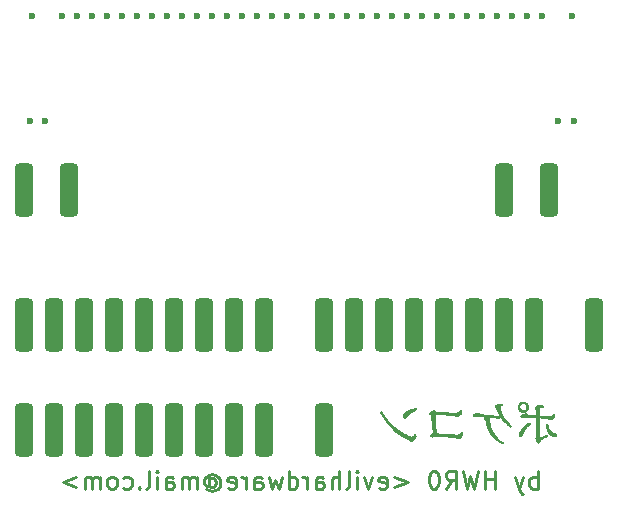
<source format=gbr>
%TF.GenerationSoftware,KiCad,Pcbnew,(5.99.0-11763-gc80efb0f98)*%
%TF.CreationDate,2021-08-26T10:07:41+03:00*%
%TF.ProjectId,E500_MCBB,45353030-5f4d-4434-9242-2e6b69636164,rev?*%
%TF.SameCoordinates,Original*%
%TF.FileFunction,Soldermask,Bot*%
%TF.FilePolarity,Negative*%
%FSLAX46Y46*%
G04 Gerber Fmt 4.6, Leading zero omitted, Abs format (unit mm)*
G04 Created by KiCad (PCBNEW (5.99.0-11763-gc80efb0f98)) date 2021-08-26 10:07:41*
%MOMM*%
%LPD*%
G01*
G04 APERTURE LIST*
G04 Aperture macros list*
%AMRoundRect*
0 Rectangle with rounded corners*
0 $1 Rounding radius*
0 $2 $3 $4 $5 $6 $7 $8 $9 X,Y pos of 4 corners*
0 Add a 4 corners polygon primitive as box body*
4,1,4,$2,$3,$4,$5,$6,$7,$8,$9,$2,$3,0*
0 Add four circle primitives for the rounded corners*
1,1,$1+$1,$2,$3*
1,1,$1+$1,$4,$5*
1,1,$1+$1,$6,$7*
1,1,$1+$1,$8,$9*
0 Add four rect primitives between the rounded corners*
20,1,$1+$1,$2,$3,$4,$5,0*
20,1,$1+$1,$4,$5,$6,$7,0*
20,1,$1+$1,$6,$7,$8,$9,0*
20,1,$1+$1,$8,$9,$2,$3,0*%
G04 Aperture macros list end*
%ADD10C,0.250000*%
%ADD11C,0.010000*%
%ADD12C,0.600000*%
%ADD13RoundRect,0.400000X-0.400000X-1.850000X0.400000X-1.850000X0.400000X1.850000X-0.400000X1.850000X0*%
G04 APERTURE END LIST*
D10*
X176935142Y-118170571D02*
X176935142Y-116670571D01*
X176935142Y-117242000D02*
X176792285Y-117170571D01*
X176506571Y-117170571D01*
X176363714Y-117242000D01*
X176292285Y-117313428D01*
X176220857Y-117456285D01*
X176220857Y-117884857D01*
X176292285Y-118027714D01*
X176363714Y-118099142D01*
X176506571Y-118170571D01*
X176792285Y-118170571D01*
X176935142Y-118099142D01*
X175720857Y-117170571D02*
X175363714Y-118170571D01*
X175006571Y-117170571D02*
X175363714Y-118170571D01*
X175506571Y-118527714D01*
X175578000Y-118599142D01*
X175720857Y-118670571D01*
X173292285Y-118170571D02*
X173292285Y-116670571D01*
X173292285Y-117384857D02*
X172435142Y-117384857D01*
X172435142Y-118170571D02*
X172435142Y-116670571D01*
X171863714Y-116670571D02*
X171506571Y-118170571D01*
X171220857Y-117099142D01*
X170935142Y-118170571D01*
X170578000Y-116670571D01*
X169149428Y-118170571D02*
X169649428Y-117456285D01*
X170006571Y-118170571D02*
X170006571Y-116670571D01*
X169435142Y-116670571D01*
X169292285Y-116742000D01*
X169220857Y-116813428D01*
X169149428Y-116956285D01*
X169149428Y-117170571D01*
X169220857Y-117313428D01*
X169292285Y-117384857D01*
X169435142Y-117456285D01*
X170006571Y-117456285D01*
X168220857Y-116670571D02*
X168078000Y-116670571D01*
X167935142Y-116742000D01*
X167863714Y-116813428D01*
X167792285Y-116956285D01*
X167720857Y-117242000D01*
X167720857Y-117599142D01*
X167792285Y-117884857D01*
X167863714Y-118027714D01*
X167935142Y-118099142D01*
X168078000Y-118170571D01*
X168220857Y-118170571D01*
X168363714Y-118099142D01*
X168435142Y-118027714D01*
X168506571Y-117884857D01*
X168578000Y-117599142D01*
X168578000Y-117242000D01*
X168506571Y-116956285D01*
X168435142Y-116813428D01*
X168363714Y-116742000D01*
X168220857Y-116670571D01*
X164792285Y-117170571D02*
X165935142Y-117599142D01*
X164792285Y-118027714D01*
X163506571Y-118099142D02*
X163649428Y-118170571D01*
X163935142Y-118170571D01*
X164078000Y-118099142D01*
X164149428Y-117956285D01*
X164149428Y-117384857D01*
X164078000Y-117242000D01*
X163935142Y-117170571D01*
X163649428Y-117170571D01*
X163506571Y-117242000D01*
X163435142Y-117384857D01*
X163435142Y-117527714D01*
X164149428Y-117670571D01*
X162935142Y-117170571D02*
X162578000Y-118170571D01*
X162220857Y-117170571D01*
X161649428Y-118170571D02*
X161649428Y-117170571D01*
X161649428Y-116670571D02*
X161720857Y-116742000D01*
X161649428Y-116813428D01*
X161578000Y-116742000D01*
X161649428Y-116670571D01*
X161649428Y-116813428D01*
X160720857Y-118170571D02*
X160863714Y-118099142D01*
X160935142Y-117956285D01*
X160935142Y-116670571D01*
X160149428Y-118170571D02*
X160149428Y-116670571D01*
X159506571Y-118170571D02*
X159506571Y-117384857D01*
X159578000Y-117242000D01*
X159720857Y-117170571D01*
X159935142Y-117170571D01*
X160078000Y-117242000D01*
X160149428Y-117313428D01*
X158149428Y-118170571D02*
X158149428Y-117384857D01*
X158220857Y-117242000D01*
X158363714Y-117170571D01*
X158649428Y-117170571D01*
X158792285Y-117242000D01*
X158149428Y-118099142D02*
X158292285Y-118170571D01*
X158649428Y-118170571D01*
X158792285Y-118099142D01*
X158863714Y-117956285D01*
X158863714Y-117813428D01*
X158792285Y-117670571D01*
X158649428Y-117599142D01*
X158292285Y-117599142D01*
X158149428Y-117527714D01*
X157435142Y-118170571D02*
X157435142Y-117170571D01*
X157435142Y-117456285D02*
X157363714Y-117313428D01*
X157292285Y-117242000D01*
X157149428Y-117170571D01*
X157006571Y-117170571D01*
X155863714Y-118170571D02*
X155863714Y-116670571D01*
X155863714Y-118099142D02*
X156006571Y-118170571D01*
X156292285Y-118170571D01*
X156435142Y-118099142D01*
X156506571Y-118027714D01*
X156578000Y-117884857D01*
X156578000Y-117456285D01*
X156506571Y-117313428D01*
X156435142Y-117242000D01*
X156292285Y-117170571D01*
X156006571Y-117170571D01*
X155863714Y-117242000D01*
X155292285Y-117170571D02*
X155006571Y-118170571D01*
X154720857Y-117456285D01*
X154435142Y-118170571D01*
X154149428Y-117170571D01*
X152935142Y-118170571D02*
X152935142Y-117384857D01*
X153006571Y-117242000D01*
X153149428Y-117170571D01*
X153435142Y-117170571D01*
X153578000Y-117242000D01*
X152935142Y-118099142D02*
X153078000Y-118170571D01*
X153435142Y-118170571D01*
X153578000Y-118099142D01*
X153649428Y-117956285D01*
X153649428Y-117813428D01*
X153578000Y-117670571D01*
X153435142Y-117599142D01*
X153078000Y-117599142D01*
X152935142Y-117527714D01*
X152220857Y-118170571D02*
X152220857Y-117170571D01*
X152220857Y-117456285D02*
X152149428Y-117313428D01*
X152078000Y-117242000D01*
X151935142Y-117170571D01*
X151792285Y-117170571D01*
X150720857Y-118099142D02*
X150863714Y-118170571D01*
X151149428Y-118170571D01*
X151292285Y-118099142D01*
X151363714Y-117956285D01*
X151363714Y-117384857D01*
X151292285Y-117242000D01*
X151149428Y-117170571D01*
X150863714Y-117170571D01*
X150720857Y-117242000D01*
X150649428Y-117384857D01*
X150649428Y-117527714D01*
X151363714Y-117670571D01*
X149078000Y-117456285D02*
X149149428Y-117384857D01*
X149292285Y-117313428D01*
X149435142Y-117313428D01*
X149578000Y-117384857D01*
X149649428Y-117456285D01*
X149720857Y-117599142D01*
X149720857Y-117742000D01*
X149649428Y-117884857D01*
X149578000Y-117956285D01*
X149435142Y-118027714D01*
X149292285Y-118027714D01*
X149149428Y-117956285D01*
X149078000Y-117884857D01*
X149078000Y-117313428D02*
X149078000Y-117884857D01*
X149006571Y-117956285D01*
X148935142Y-117956285D01*
X148792285Y-117884857D01*
X148720857Y-117742000D01*
X148720857Y-117384857D01*
X148863714Y-117170571D01*
X149078000Y-117027714D01*
X149363714Y-116956285D01*
X149649428Y-117027714D01*
X149863714Y-117170571D01*
X150006571Y-117384857D01*
X150078000Y-117670571D01*
X150006571Y-117956285D01*
X149863714Y-118170571D01*
X149649428Y-118313428D01*
X149363714Y-118384857D01*
X149078000Y-118313428D01*
X148863714Y-118170571D01*
X148078000Y-118170571D02*
X148078000Y-117170571D01*
X148078000Y-117313428D02*
X148006571Y-117242000D01*
X147863714Y-117170571D01*
X147649428Y-117170571D01*
X147506571Y-117242000D01*
X147435142Y-117384857D01*
X147435142Y-118170571D01*
X147435142Y-117384857D02*
X147363714Y-117242000D01*
X147220857Y-117170571D01*
X147006571Y-117170571D01*
X146863714Y-117242000D01*
X146792285Y-117384857D01*
X146792285Y-118170571D01*
X145435142Y-118170571D02*
X145435142Y-117384857D01*
X145506571Y-117242000D01*
X145649428Y-117170571D01*
X145935142Y-117170571D01*
X146078000Y-117242000D01*
X145435142Y-118099142D02*
X145578000Y-118170571D01*
X145935142Y-118170571D01*
X146078000Y-118099142D01*
X146149428Y-117956285D01*
X146149428Y-117813428D01*
X146078000Y-117670571D01*
X145935142Y-117599142D01*
X145578000Y-117599142D01*
X145435142Y-117527714D01*
X144720857Y-118170571D02*
X144720857Y-117170571D01*
X144720857Y-116670571D02*
X144792285Y-116742000D01*
X144720857Y-116813428D01*
X144649428Y-116742000D01*
X144720857Y-116670571D01*
X144720857Y-116813428D01*
X143792285Y-118170571D02*
X143935142Y-118099142D01*
X144006571Y-117956285D01*
X144006571Y-116670571D01*
X143220857Y-118027714D02*
X143149428Y-118099142D01*
X143220857Y-118170571D01*
X143292285Y-118099142D01*
X143220857Y-118027714D01*
X143220857Y-118170571D01*
X141863714Y-118099142D02*
X142006571Y-118170571D01*
X142292285Y-118170571D01*
X142435142Y-118099142D01*
X142506571Y-118027714D01*
X142578000Y-117884857D01*
X142578000Y-117456285D01*
X142506571Y-117313428D01*
X142435142Y-117242000D01*
X142292285Y-117170571D01*
X142006571Y-117170571D01*
X141863714Y-117242000D01*
X141006571Y-118170571D02*
X141149428Y-118099142D01*
X141220857Y-118027714D01*
X141292285Y-117884857D01*
X141292285Y-117456285D01*
X141220857Y-117313428D01*
X141149428Y-117242000D01*
X141006571Y-117170571D01*
X140792285Y-117170571D01*
X140649428Y-117242000D01*
X140578000Y-117313428D01*
X140506571Y-117456285D01*
X140506571Y-117884857D01*
X140578000Y-118027714D01*
X140649428Y-118099142D01*
X140792285Y-118170571D01*
X141006571Y-118170571D01*
X139863714Y-118170571D02*
X139863714Y-117170571D01*
X139863714Y-117313428D02*
X139792285Y-117242000D01*
X139649428Y-117170571D01*
X139435142Y-117170571D01*
X139292285Y-117242000D01*
X139220857Y-117384857D01*
X139220857Y-118170571D01*
X139220857Y-117384857D02*
X139149428Y-117242000D01*
X139006571Y-117170571D01*
X138792285Y-117170571D01*
X138649428Y-117242000D01*
X138578000Y-117384857D01*
X138578000Y-118170571D01*
X137863714Y-117170571D02*
X136720857Y-117599142D01*
X137863714Y-118027714D01*
D11*
%TO.C,G\u002A\u002A\u002A*%
X166528395Y-111389997D02*
X166501563Y-111394680D01*
X166501563Y-111394680D02*
X166354256Y-111425829D01*
X166354256Y-111425829D02*
X166211887Y-111465042D01*
X166211887Y-111465042D02*
X166076897Y-111511241D01*
X166076897Y-111511241D02*
X165951727Y-111563343D01*
X165951727Y-111563343D02*
X165838816Y-111620270D01*
X165838816Y-111620270D02*
X165740605Y-111680941D01*
X165740605Y-111680941D02*
X165659535Y-111744275D01*
X165659535Y-111744275D02*
X165617434Y-111786083D01*
X165617434Y-111786083D02*
X165570521Y-111844734D01*
X165570521Y-111844734D02*
X165540244Y-111899825D01*
X165540244Y-111899825D02*
X165524189Y-111957042D01*
X165524189Y-111957042D02*
X165519903Y-112015770D01*
X165519903Y-112015770D02*
X165520855Y-112057573D01*
X165520855Y-112057573D02*
X165524835Y-112084901D01*
X165524835Y-112084901D02*
X165533526Y-112104413D01*
X165533526Y-112104413D02*
X165546373Y-112120365D01*
X165546373Y-112120365D02*
X165578813Y-112147258D01*
X165578813Y-112147258D02*
X165617459Y-112167784D01*
X165617459Y-112167784D02*
X165653406Y-112177445D01*
X165653406Y-112177445D02*
X165659851Y-112177671D01*
X165659851Y-112177671D02*
X165682751Y-112173234D01*
X165682751Y-112173234D02*
X165710483Y-112163381D01*
X165710483Y-112163381D02*
X165750401Y-112140526D01*
X165750401Y-112140526D02*
X165792117Y-112105167D01*
X165792117Y-112105167D02*
X165838283Y-112054818D01*
X165838283Y-112054818D02*
X165874283Y-112009824D01*
X165874283Y-112009824D02*
X165982078Y-111885468D01*
X165982078Y-111885468D02*
X166107268Y-111769375D01*
X166107268Y-111769375D02*
X166246948Y-111663779D01*
X166246948Y-111663779D02*
X166398213Y-111570913D01*
X166398213Y-111570913D02*
X166531033Y-111504855D01*
X166531033Y-111504855D02*
X166576257Y-111484221D01*
X166576257Y-111484221D02*
X166605340Y-111469262D01*
X166605340Y-111469262D02*
X166621669Y-111457461D01*
X166621669Y-111457461D02*
X166628629Y-111446299D01*
X166628629Y-111446299D02*
X166629607Y-111433259D01*
X166629607Y-111433259D02*
X166629496Y-111431624D01*
X166629496Y-111431624D02*
X166626027Y-111406816D01*
X166626027Y-111406816D02*
X166617723Y-111391271D01*
X166617723Y-111391271D02*
X166601043Y-111383968D01*
X166601043Y-111383968D02*
X166572447Y-111383884D01*
X166572447Y-111383884D02*
X166528395Y-111389997D01*
X166528395Y-111389997D02*
X166528395Y-111389997D01*
G36*
X166601043Y-111383968D02*
G01*
X166617723Y-111391271D01*
X166626027Y-111406816D01*
X166629496Y-111431624D01*
X166629607Y-111433259D01*
X166628629Y-111446299D01*
X166621669Y-111457461D01*
X166605340Y-111469262D01*
X166576257Y-111484221D01*
X166531033Y-111504855D01*
X166398213Y-111570913D01*
X166246948Y-111663779D01*
X166107268Y-111769375D01*
X165982078Y-111885468D01*
X165874283Y-112009824D01*
X165838283Y-112054818D01*
X165792117Y-112105167D01*
X165750401Y-112140526D01*
X165710483Y-112163381D01*
X165682751Y-112173234D01*
X165659851Y-112177671D01*
X165653406Y-112177445D01*
X165617459Y-112167784D01*
X165578813Y-112147258D01*
X165546373Y-112120365D01*
X165533526Y-112104413D01*
X165524835Y-112084901D01*
X165520855Y-112057573D01*
X165519903Y-112015770D01*
X165524189Y-111957042D01*
X165540244Y-111899825D01*
X165570521Y-111844734D01*
X165617434Y-111786083D01*
X165659535Y-111744275D01*
X165740605Y-111680941D01*
X165838816Y-111620270D01*
X165951727Y-111563343D01*
X166076897Y-111511241D01*
X166211887Y-111465042D01*
X166354256Y-111425829D01*
X166501563Y-111394680D01*
X166528395Y-111389997D01*
X166572447Y-111383884D01*
X166601043Y-111383968D01*
G37*
X166601043Y-111383968D02*
X166617723Y-111391271D01*
X166626027Y-111406816D01*
X166629496Y-111431624D01*
X166629607Y-111433259D01*
X166628629Y-111446299D01*
X166621669Y-111457461D01*
X166605340Y-111469262D01*
X166576257Y-111484221D01*
X166531033Y-111504855D01*
X166398213Y-111570913D01*
X166246948Y-111663779D01*
X166107268Y-111769375D01*
X165982078Y-111885468D01*
X165874283Y-112009824D01*
X165838283Y-112054818D01*
X165792117Y-112105167D01*
X165750401Y-112140526D01*
X165710483Y-112163381D01*
X165682751Y-112173234D01*
X165659851Y-112177671D01*
X165653406Y-112177445D01*
X165617459Y-112167784D01*
X165578813Y-112147258D01*
X165546373Y-112120365D01*
X165533526Y-112104413D01*
X165524835Y-112084901D01*
X165520855Y-112057573D01*
X165519903Y-112015770D01*
X165524189Y-111957042D01*
X165540244Y-111899825D01*
X165570521Y-111844734D01*
X165617434Y-111786083D01*
X165659535Y-111744275D01*
X165740605Y-111680941D01*
X165838816Y-111620270D01*
X165951727Y-111563343D01*
X166076897Y-111511241D01*
X166211887Y-111465042D01*
X166354256Y-111425829D01*
X166501563Y-111394680D01*
X166528395Y-111389997D01*
X166572447Y-111383884D01*
X166601043Y-111383968D01*
X176117827Y-112655670D02*
X175966021Y-112746470D01*
X175966021Y-112746470D02*
X175829426Y-112842574D01*
X175829426Y-112842574D02*
X175702091Y-112948540D01*
X175702091Y-112948540D02*
X175578065Y-113068927D01*
X175578065Y-113068927D02*
X175577484Y-113069531D01*
X175577484Y-113069531D02*
X175484916Y-113174260D01*
X175484916Y-113174260D02*
X175412924Y-113274805D01*
X175412924Y-113274805D02*
X175361378Y-113371410D01*
X175361378Y-113371410D02*
X175330150Y-113464322D01*
X175330150Y-113464322D02*
X175319107Y-113553785D01*
X175319107Y-113553785D02*
X175319085Y-113556925D01*
X175319085Y-113556925D02*
X175324232Y-113624309D01*
X175324232Y-113624309D02*
X175339574Y-113677967D01*
X175339574Y-113677967D02*
X175364273Y-113715639D01*
X175364273Y-113715639D02*
X175383174Y-113729597D01*
X175383174Y-113729597D02*
X175426713Y-113742403D01*
X175426713Y-113742403D02*
X175475856Y-113742511D01*
X175475856Y-113742511D02*
X175519662Y-113730001D01*
X175519662Y-113730001D02*
X175522317Y-113728616D01*
X175522317Y-113728616D02*
X175547296Y-113708360D01*
X175547296Y-113708360D02*
X175572803Y-113673561D01*
X175572803Y-113673561D02*
X175599934Y-113622341D01*
X175599934Y-113622341D02*
X175629787Y-113552819D01*
X175629787Y-113552819D02*
X175639749Y-113527301D01*
X175639749Y-113527301D02*
X175707773Y-113372740D01*
X175707773Y-113372740D02*
X175791819Y-113223576D01*
X175791819Y-113223576D02*
X175893999Y-113076196D01*
X175893999Y-113076196D02*
X175932659Y-113026586D01*
X175932659Y-113026586D02*
X175983750Y-112966094D01*
X175983750Y-112966094D02*
X176042124Y-112902467D01*
X176042124Y-112902467D02*
X176103543Y-112839920D01*
X176103543Y-112839920D02*
X176163765Y-112782664D01*
X176163765Y-112782664D02*
X176218550Y-112734912D01*
X176218550Y-112734912D02*
X176253230Y-112708078D01*
X176253230Y-112708078D02*
X176280239Y-112687709D01*
X176280239Y-112687709D02*
X176298494Y-112671917D01*
X176298494Y-112671917D02*
X176303522Y-112665404D01*
X176303522Y-112665404D02*
X176296573Y-112654656D01*
X176296573Y-112654656D02*
X176279002Y-112635224D01*
X176279002Y-112635224D02*
X176268702Y-112624940D01*
X176268702Y-112624940D02*
X176233883Y-112591192D01*
X176233883Y-112591192D02*
X176117827Y-112655670D01*
X176117827Y-112655670D02*
X176117827Y-112655670D01*
G36*
X176268702Y-112624940D02*
G01*
X176279002Y-112635224D01*
X176296573Y-112654656D01*
X176303522Y-112665404D01*
X176298494Y-112671917D01*
X176280239Y-112687709D01*
X176253230Y-112708078D01*
X176218550Y-112734912D01*
X176163765Y-112782664D01*
X176103543Y-112839920D01*
X176042124Y-112902467D01*
X175983750Y-112966094D01*
X175932659Y-113026586D01*
X175893999Y-113076196D01*
X175791819Y-113223576D01*
X175707773Y-113372740D01*
X175639749Y-113527301D01*
X175629787Y-113552819D01*
X175599934Y-113622341D01*
X175572803Y-113673561D01*
X175547296Y-113708360D01*
X175522317Y-113728616D01*
X175519662Y-113730001D01*
X175475856Y-113742511D01*
X175426713Y-113742403D01*
X175383174Y-113729597D01*
X175364273Y-113715639D01*
X175339574Y-113677967D01*
X175324232Y-113624309D01*
X175319085Y-113556925D01*
X175319107Y-113553785D01*
X175330150Y-113464322D01*
X175361378Y-113371410D01*
X175412924Y-113274805D01*
X175484916Y-113174260D01*
X175577484Y-113069531D01*
X175578065Y-113068927D01*
X175702091Y-112948540D01*
X175829426Y-112842574D01*
X175966021Y-112746470D01*
X176117827Y-112655670D01*
X176233883Y-112591192D01*
X176268702Y-112624940D01*
G37*
X176268702Y-112624940D02*
X176279002Y-112635224D01*
X176296573Y-112654656D01*
X176303522Y-112665404D01*
X176298494Y-112671917D01*
X176280239Y-112687709D01*
X176253230Y-112708078D01*
X176218550Y-112734912D01*
X176163765Y-112782664D01*
X176103543Y-112839920D01*
X176042124Y-112902467D01*
X175983750Y-112966094D01*
X175932659Y-113026586D01*
X175893999Y-113076196D01*
X175791819Y-113223576D01*
X175707773Y-113372740D01*
X175639749Y-113527301D01*
X175629787Y-113552819D01*
X175599934Y-113622341D01*
X175572803Y-113673561D01*
X175547296Y-113708360D01*
X175522317Y-113728616D01*
X175519662Y-113730001D01*
X175475856Y-113742511D01*
X175426713Y-113742403D01*
X175383174Y-113729597D01*
X175364273Y-113715639D01*
X175339574Y-113677967D01*
X175324232Y-113624309D01*
X175319085Y-113556925D01*
X175319107Y-113553785D01*
X175330150Y-113464322D01*
X175361378Y-113371410D01*
X175412924Y-113274805D01*
X175484916Y-113174260D01*
X175577484Y-113069531D01*
X175578065Y-113068927D01*
X175702091Y-112948540D01*
X175829426Y-112842574D01*
X175966021Y-112746470D01*
X176117827Y-112655670D01*
X176233883Y-112591192D01*
X176268702Y-112624940D01*
X177067761Y-111091669D02*
X176989091Y-111107303D01*
X176989091Y-111107303D02*
X176912103Y-111131303D01*
X176912103Y-111131303D02*
X176841482Y-111162624D01*
X176841482Y-111162624D02*
X176781914Y-111200220D01*
X176781914Y-111200220D02*
X176760538Y-111218362D01*
X176760538Y-111218362D02*
X176721712Y-111260952D01*
X176721712Y-111260952D02*
X176701088Y-111300918D01*
X176701088Y-111300918D02*
X176698098Y-111342658D01*
X176698098Y-111342658D02*
X176712172Y-111390567D01*
X176712172Y-111390567D02*
X176732897Y-111431969D01*
X176732897Y-111431969D02*
X176770526Y-111499256D01*
X176770526Y-111499256D02*
X176782079Y-111733021D01*
X176782079Y-111733021D02*
X176785251Y-111801015D01*
X176785251Y-111801015D02*
X176787716Y-111861530D01*
X176787716Y-111861530D02*
X176789377Y-111911498D01*
X176789377Y-111911498D02*
X176790140Y-111947851D01*
X176790140Y-111947851D02*
X176789908Y-111967522D01*
X176789908Y-111967522D02*
X176789448Y-111970119D01*
X176789448Y-111970119D02*
X176777729Y-111970588D01*
X176777729Y-111970588D02*
X176748236Y-111969416D01*
X176748236Y-111969416D02*
X176704286Y-111966861D01*
X176704286Y-111966861D02*
X176649196Y-111963183D01*
X176649196Y-111963183D02*
X176586282Y-111958639D01*
X176586282Y-111958639D02*
X176518862Y-111953489D01*
X176518862Y-111953489D02*
X176450251Y-111947990D01*
X176450251Y-111947990D02*
X176383767Y-111942403D01*
X176383767Y-111942403D02*
X176322726Y-111936984D01*
X176322726Y-111936984D02*
X176270445Y-111931994D01*
X176270445Y-111931994D02*
X176230239Y-111927690D01*
X176230239Y-111927690D02*
X176208232Y-111924795D01*
X176208232Y-111924795D02*
X176125351Y-111908495D01*
X176125351Y-111908495D02*
X176060576Y-111888179D01*
X176060576Y-111888179D02*
X176011044Y-111862805D01*
X176011044Y-111862805D02*
X175986622Y-111843974D01*
X175986622Y-111843974D02*
X175962849Y-111824691D01*
X175962849Y-111824691D02*
X175939953Y-111813121D01*
X175939953Y-111813121D02*
X175913460Y-111809023D01*
X175913460Y-111809023D02*
X175878896Y-111812154D01*
X175878896Y-111812154D02*
X175831787Y-111822273D01*
X175831787Y-111822273D02*
X175789304Y-111833288D01*
X175789304Y-111833288D02*
X175698230Y-111861399D01*
X175698230Y-111861399D02*
X175621324Y-111892680D01*
X175621324Y-111892680D02*
X175559499Y-111926204D01*
X175559499Y-111926204D02*
X175513666Y-111961044D01*
X175513666Y-111961044D02*
X175484738Y-111996271D01*
X175484738Y-111996271D02*
X175473627Y-112030960D01*
X175473627Y-112030960D02*
X175481245Y-112064182D01*
X175481245Y-112064182D02*
X175508504Y-112095011D01*
X175508504Y-112095011D02*
X175522309Y-112104720D01*
X175522309Y-112104720D02*
X175538508Y-112113907D01*
X175538508Y-112113907D02*
X175555491Y-112119812D01*
X175555491Y-112119812D02*
X175577720Y-112122855D01*
X175577720Y-112122855D02*
X175609658Y-112123461D01*
X175609658Y-112123461D02*
X175655768Y-112122051D01*
X175655768Y-112122051D02*
X175689432Y-112120539D01*
X175689432Y-112120539D02*
X175757392Y-112116956D01*
X175757392Y-112116956D02*
X175833947Y-112112328D01*
X175833947Y-112112328D02*
X175907847Y-112107358D01*
X175907847Y-112107358D02*
X175948832Y-112104301D01*
X175948832Y-112104301D02*
X175994151Y-112102073D01*
X175994151Y-112102073D02*
X176056708Y-112100905D01*
X176056708Y-112100905D02*
X176132596Y-112100713D01*
X176132596Y-112100713D02*
X176217908Y-112101411D01*
X176217908Y-112101411D02*
X176308738Y-112102915D01*
X176308738Y-112102915D02*
X176401179Y-112105142D01*
X176401179Y-112105142D02*
X176491324Y-112108005D01*
X176491324Y-112108005D02*
X176575267Y-112111422D01*
X176575267Y-112111422D02*
X176649101Y-112115307D01*
X176649101Y-112115307D02*
X176708919Y-112119576D01*
X176708919Y-112119576D02*
X176725255Y-112121088D01*
X176725255Y-112121088D02*
X176792299Y-112127800D01*
X176792299Y-112127800D02*
X176787330Y-112912614D01*
X176787330Y-112912614D02*
X176786295Y-113066205D01*
X176786295Y-113066205D02*
X176785240Y-113200147D01*
X176785240Y-113200147D02*
X176784128Y-113315964D01*
X176784128Y-113315964D02*
X176782922Y-113415182D01*
X176782922Y-113415182D02*
X176781584Y-113499326D01*
X176781584Y-113499326D02*
X176780076Y-113569922D01*
X176780076Y-113569922D02*
X176778360Y-113628495D01*
X176778360Y-113628495D02*
X176776400Y-113676571D01*
X176776400Y-113676571D02*
X176774157Y-113715675D01*
X176774157Y-113715675D02*
X176771594Y-113747333D01*
X176771594Y-113747333D02*
X176768674Y-113773070D01*
X176768674Y-113773070D02*
X176765659Y-113792717D01*
X176765659Y-113792717D02*
X176754007Y-113870830D01*
X176754007Y-113870830D02*
X176749635Y-113934803D01*
X176749635Y-113934803D02*
X176752615Y-113990406D01*
X176752615Y-113990406D02*
X176763023Y-114043411D01*
X176763023Y-114043411D02*
X176769129Y-114064685D01*
X176769129Y-114064685D02*
X176798827Y-114138801D01*
X176798827Y-114138801D02*
X176837415Y-114200480D01*
X176837415Y-114200480D02*
X176882468Y-114246159D01*
X176882468Y-114246159D02*
X176901160Y-114258804D01*
X176901160Y-114258804D02*
X176947432Y-114279899D01*
X176947432Y-114279899D02*
X176985736Y-114282962D01*
X176985736Y-114282962D02*
X177019323Y-114267918D01*
X177019323Y-114267918D02*
X177033188Y-114255801D01*
X177033188Y-114255801D02*
X177052883Y-114229684D01*
X177052883Y-114229684D02*
X177073353Y-114192620D01*
X177073353Y-114192620D02*
X177086047Y-114163158D01*
X177086047Y-114163158D02*
X177106627Y-114116591D01*
X177106627Y-114116591D02*
X177132480Y-114077665D01*
X177132480Y-114077665D02*
X177168157Y-114040805D01*
X177168157Y-114040805D02*
X177218208Y-114000438D01*
X177218208Y-114000438D02*
X177219884Y-113999186D01*
X177219884Y-113999186D02*
X177264681Y-113968337D01*
X177264681Y-113968337D02*
X177323731Y-113931426D01*
X177323731Y-113931426D02*
X177392072Y-113891291D01*
X177392072Y-113891291D02*
X177464740Y-113850767D01*
X177464740Y-113850767D02*
X177536775Y-113812691D01*
X177536775Y-113812691D02*
X177603212Y-113779900D01*
X177603212Y-113779900D02*
X177604820Y-113779144D01*
X177604820Y-113779144D02*
X177646799Y-113759321D01*
X177646799Y-113759321D02*
X177681004Y-113742978D01*
X177681004Y-113742978D02*
X177703310Y-113732096D01*
X177703310Y-113732096D02*
X177709779Y-113728691D01*
X177709779Y-113728691D02*
X177710607Y-113716816D01*
X177710607Y-113716816D02*
X177704569Y-113694780D01*
X177704569Y-113694780D02*
X177694714Y-113670161D01*
X177694714Y-113670161D02*
X177684095Y-113650538D01*
X177684095Y-113650538D02*
X177675761Y-113643493D01*
X177675761Y-113643493D02*
X177675517Y-113643580D01*
X177675517Y-113643580D02*
X177660017Y-113649179D01*
X177660017Y-113649179D02*
X177627967Y-113659982D01*
X177627967Y-113659982D02*
X177583014Y-113674816D01*
X177583014Y-113674816D02*
X177528800Y-113692505D01*
X177528800Y-113692505D02*
X177468970Y-113711879D01*
X177468970Y-113711879D02*
X177407168Y-113731763D01*
X177407168Y-113731763D02*
X177347039Y-113750984D01*
X177347039Y-113750984D02*
X177292226Y-113768369D01*
X177292226Y-113768369D02*
X177246373Y-113782745D01*
X177246373Y-113782745D02*
X177213125Y-113792938D01*
X177213125Y-113792938D02*
X177198186Y-113797257D01*
X177198186Y-113797257D02*
X177157920Y-113804831D01*
X177157920Y-113804831D02*
X177115582Y-113808482D01*
X177115582Y-113808482D02*
X177111081Y-113808539D01*
X177111081Y-113808539D02*
X177088465Y-113807670D01*
X177088465Y-113807670D02*
X177070673Y-113803436D01*
X177070673Y-113803436D02*
X177056985Y-113793505D01*
X177056985Y-113793505D02*
X177046681Y-113775541D01*
X177046681Y-113775541D02*
X177039040Y-113747208D01*
X177039040Y-113747208D02*
X177033341Y-113706173D01*
X177033341Y-113706173D02*
X177028864Y-113650099D01*
X177028864Y-113650099D02*
X177024888Y-113576653D01*
X177024888Y-113576653D02*
X177022342Y-113520990D01*
X177022342Y-113520990D02*
X177020473Y-113467838D01*
X177020473Y-113467838D02*
X177018890Y-113400592D01*
X177018890Y-113400592D02*
X177017586Y-113321389D01*
X177017586Y-113321389D02*
X177016554Y-113232368D01*
X177016554Y-113232368D02*
X177015790Y-113135666D01*
X177015790Y-113135666D02*
X177015286Y-113033421D01*
X177015286Y-113033421D02*
X177015037Y-112927770D01*
X177015037Y-112927770D02*
X177015037Y-112820851D01*
X177015037Y-112820851D02*
X177015278Y-112714803D01*
X177015278Y-112714803D02*
X177015757Y-112611762D01*
X177015757Y-112611762D02*
X177016465Y-112513866D01*
X177016465Y-112513866D02*
X177017398Y-112423254D01*
X177017398Y-112423254D02*
X177018548Y-112342062D01*
X177018548Y-112342062D02*
X177019910Y-112272429D01*
X177019910Y-112272429D02*
X177021479Y-112216493D01*
X177021479Y-112216493D02*
X177023247Y-112176390D01*
X177023247Y-112176390D02*
X177025208Y-112154259D01*
X177025208Y-112154259D02*
X177026256Y-112150605D01*
X177026256Y-112150605D02*
X177039588Y-112148573D01*
X177039588Y-112148573D02*
X177070950Y-112148929D01*
X177070950Y-112148929D02*
X177117364Y-112151385D01*
X177117364Y-112151385D02*
X177175855Y-112155652D01*
X177175855Y-112155652D02*
X177243446Y-112161443D01*
X177243446Y-112161443D02*
X177317161Y-112168469D01*
X177317161Y-112168469D02*
X177394023Y-112176442D01*
X177394023Y-112176442D02*
X177471055Y-112185073D01*
X177471055Y-112185073D02*
X177545282Y-112194075D01*
X177545282Y-112194075D02*
X177613727Y-112203158D01*
X177613727Y-112203158D02*
X177673414Y-112212036D01*
X177673414Y-112212036D02*
X177691754Y-112215053D01*
X177691754Y-112215053D02*
X177747904Y-112227109D01*
X177747904Y-112227109D02*
X177809331Y-112244177D01*
X177809331Y-112244177D02*
X177863236Y-112262679D01*
X177863236Y-112262679D02*
X177865805Y-112263699D01*
X177865805Y-112263699D02*
X177915635Y-112281912D01*
X177915635Y-112281912D02*
X177953833Y-112291158D01*
X177953833Y-112291158D02*
X177987193Y-112292905D01*
X177987193Y-112292905D02*
X177997411Y-112292173D01*
X177997411Y-112292173D02*
X178061659Y-112278014D01*
X178061659Y-112278014D02*
X178125424Y-112249693D01*
X178125424Y-112249693D02*
X178185728Y-112210140D01*
X178185728Y-112210140D02*
X178239597Y-112162286D01*
X178239597Y-112162286D02*
X178284055Y-112109061D01*
X178284055Y-112109061D02*
X178316126Y-112053394D01*
X178316126Y-112053394D02*
X178332836Y-111998217D01*
X178332836Y-111998217D02*
X178333744Y-111960966D01*
X178333744Y-111960966D02*
X178326414Y-111925021D01*
X178326414Y-111925021D02*
X178314709Y-111893631D01*
X178314709Y-111893631D02*
X178310973Y-111887076D01*
X178310973Y-111887076D02*
X178293382Y-111869585D01*
X178293382Y-111869585D02*
X178273194Y-111861015D01*
X178273194Y-111861015D02*
X178257109Y-111862852D01*
X178257109Y-111862852D02*
X178251667Y-111873923D01*
X178251667Y-111873923D02*
X178243723Y-111894504D01*
X178243723Y-111894504D02*
X178223144Y-111921841D01*
X178223144Y-111921841D02*
X178194805Y-111950788D01*
X178194805Y-111950788D02*
X178163586Y-111976195D01*
X178163586Y-111976195D02*
X178142420Y-111989225D01*
X178142420Y-111989225D02*
X178109034Y-112004865D01*
X178109034Y-112004865D02*
X178074375Y-112017769D01*
X178074375Y-112017769D02*
X178036568Y-112027994D01*
X178036568Y-112027994D02*
X177993739Y-112035594D01*
X177993739Y-112035594D02*
X177944011Y-112040628D01*
X177944011Y-112040628D02*
X177885511Y-112043150D01*
X177885511Y-112043150D02*
X177816362Y-112043216D01*
X177816362Y-112043216D02*
X177734690Y-112040884D01*
X177734690Y-112040884D02*
X177638619Y-112036208D01*
X177638619Y-112036208D02*
X177526275Y-112029246D01*
X177526275Y-112029246D02*
X177395782Y-112020052D01*
X177395782Y-112020052D02*
X177314651Y-112013994D01*
X177314651Y-112013994D02*
X177247102Y-112008719D01*
X177247102Y-112008719D02*
X177184315Y-112003528D01*
X177184315Y-112003528D02*
X177130285Y-111998774D01*
X177130285Y-111998774D02*
X177089010Y-111994810D01*
X177089010Y-111994810D02*
X177064485Y-111991988D01*
X177064485Y-111991988D02*
X177063192Y-111991795D01*
X177063192Y-111991795D02*
X177023488Y-111985645D01*
X177023488Y-111985645D02*
X177023715Y-111888639D01*
X177023715Y-111888639D02*
X177024822Y-111823476D01*
X177024822Y-111823476D02*
X177027641Y-111750012D01*
X177027641Y-111750012D02*
X177031832Y-111673136D01*
X177031832Y-111673136D02*
X177037055Y-111597738D01*
X177037055Y-111597738D02*
X177042970Y-111528708D01*
X177042970Y-111528708D02*
X177049237Y-111470934D01*
X177049237Y-111470934D02*
X177055517Y-111429306D01*
X177055517Y-111429306D02*
X177055691Y-111428416D01*
X177055691Y-111428416D02*
X177075196Y-111357935D01*
X177075196Y-111357935D02*
X177103703Y-111305258D01*
X177103703Y-111305258D02*
X177143400Y-111268635D01*
X177143400Y-111268635D02*
X177196472Y-111246319D01*
X177196472Y-111246319D02*
X177265105Y-111236558D01*
X177265105Y-111236558D02*
X177296433Y-111235777D01*
X177296433Y-111235777D02*
X177339467Y-111235532D01*
X177339467Y-111235532D02*
X177365201Y-111234042D01*
X177365201Y-111234042D02*
X177377507Y-111230170D01*
X177377507Y-111230170D02*
X177380260Y-111222781D01*
X177380260Y-111222781D02*
X177377702Y-111211954D01*
X177377702Y-111211954D02*
X177357877Y-111175959D01*
X177357877Y-111175959D02*
X177322928Y-111140529D01*
X177322928Y-111140529D02*
X177278369Y-111110973D01*
X177278369Y-111110973D02*
X177267006Y-111105411D01*
X177267006Y-111105411D02*
X177211403Y-111089678D01*
X177211403Y-111089678D02*
X177143426Y-111085446D01*
X177143426Y-111085446D02*
X177067761Y-111091669D01*
X177067761Y-111091669D02*
X177067761Y-111091669D01*
G36*
X177211403Y-111089678D02*
G01*
X177267006Y-111105411D01*
X177278369Y-111110973D01*
X177322928Y-111140529D01*
X177357877Y-111175959D01*
X177377702Y-111211954D01*
X177380260Y-111222781D01*
X177377507Y-111230170D01*
X177365201Y-111234042D01*
X177339467Y-111235532D01*
X177296433Y-111235777D01*
X177265105Y-111236558D01*
X177196472Y-111246319D01*
X177143400Y-111268635D01*
X177103703Y-111305258D01*
X177075196Y-111357935D01*
X177055691Y-111428416D01*
X177055517Y-111429306D01*
X177049237Y-111470934D01*
X177042970Y-111528708D01*
X177037055Y-111597738D01*
X177031832Y-111673136D01*
X177027641Y-111750012D01*
X177024822Y-111823476D01*
X177023715Y-111888639D01*
X177023488Y-111985645D01*
X177063192Y-111991795D01*
X177064485Y-111991988D01*
X177089010Y-111994810D01*
X177130285Y-111998774D01*
X177184315Y-112003528D01*
X177247102Y-112008719D01*
X177314651Y-112013994D01*
X177395782Y-112020052D01*
X177526275Y-112029246D01*
X177638619Y-112036208D01*
X177734690Y-112040884D01*
X177816362Y-112043216D01*
X177885511Y-112043150D01*
X177944011Y-112040628D01*
X177993739Y-112035594D01*
X178036568Y-112027994D01*
X178074375Y-112017769D01*
X178109034Y-112004865D01*
X178142420Y-111989225D01*
X178163586Y-111976195D01*
X178194805Y-111950788D01*
X178223144Y-111921841D01*
X178243723Y-111894504D01*
X178251667Y-111873923D01*
X178257109Y-111862852D01*
X178273194Y-111861015D01*
X178293382Y-111869585D01*
X178310973Y-111887076D01*
X178314709Y-111893631D01*
X178326414Y-111925021D01*
X178333744Y-111960966D01*
X178332836Y-111998217D01*
X178316126Y-112053394D01*
X178284055Y-112109061D01*
X178239597Y-112162286D01*
X178185728Y-112210140D01*
X178125424Y-112249693D01*
X178061659Y-112278014D01*
X177997411Y-112292173D01*
X177987193Y-112292905D01*
X177953833Y-112291158D01*
X177915635Y-112281912D01*
X177865805Y-112263699D01*
X177863236Y-112262679D01*
X177809331Y-112244177D01*
X177747904Y-112227109D01*
X177691754Y-112215053D01*
X177673414Y-112212036D01*
X177613727Y-112203158D01*
X177545282Y-112194075D01*
X177471055Y-112185073D01*
X177394023Y-112176442D01*
X177317161Y-112168469D01*
X177243446Y-112161443D01*
X177175855Y-112155652D01*
X177117364Y-112151385D01*
X177070950Y-112148929D01*
X177039588Y-112148573D01*
X177026256Y-112150605D01*
X177025208Y-112154259D01*
X177023247Y-112176390D01*
X177021479Y-112216493D01*
X177019910Y-112272429D01*
X177018548Y-112342062D01*
X177017398Y-112423254D01*
X177016465Y-112513866D01*
X177015757Y-112611762D01*
X177015278Y-112714803D01*
X177015037Y-112820851D01*
X177015037Y-112927770D01*
X177015286Y-113033421D01*
X177015790Y-113135666D01*
X177016554Y-113232368D01*
X177017586Y-113321389D01*
X177018890Y-113400592D01*
X177020473Y-113467838D01*
X177022342Y-113520990D01*
X177024888Y-113576653D01*
X177028864Y-113650099D01*
X177033341Y-113706173D01*
X177039040Y-113747208D01*
X177046681Y-113775541D01*
X177056985Y-113793505D01*
X177070673Y-113803436D01*
X177088465Y-113807670D01*
X177111081Y-113808539D01*
X177115582Y-113808482D01*
X177157920Y-113804831D01*
X177198186Y-113797257D01*
X177213125Y-113792938D01*
X177246373Y-113782745D01*
X177292226Y-113768369D01*
X177347039Y-113750984D01*
X177407168Y-113731763D01*
X177468970Y-113711879D01*
X177528800Y-113692505D01*
X177583014Y-113674816D01*
X177627967Y-113659982D01*
X177660017Y-113649179D01*
X177675517Y-113643580D01*
X177675761Y-113643493D01*
X177684095Y-113650538D01*
X177694714Y-113670161D01*
X177704569Y-113694780D01*
X177710607Y-113716816D01*
X177709779Y-113728691D01*
X177703310Y-113732096D01*
X177681004Y-113742978D01*
X177646799Y-113759321D01*
X177604820Y-113779144D01*
X177603212Y-113779900D01*
X177536775Y-113812691D01*
X177464740Y-113850767D01*
X177392072Y-113891291D01*
X177323731Y-113931426D01*
X177264681Y-113968337D01*
X177219884Y-113999186D01*
X177218208Y-114000438D01*
X177168157Y-114040805D01*
X177132480Y-114077665D01*
X177106627Y-114116591D01*
X177086047Y-114163158D01*
X177073353Y-114192620D01*
X177052883Y-114229684D01*
X177033188Y-114255801D01*
X177019323Y-114267918D01*
X176985736Y-114282962D01*
X176947432Y-114279899D01*
X176901160Y-114258804D01*
X176882468Y-114246159D01*
X176837415Y-114200480D01*
X176798827Y-114138801D01*
X176769129Y-114064685D01*
X176763023Y-114043411D01*
X176752615Y-113990406D01*
X176749635Y-113934803D01*
X176754007Y-113870830D01*
X176765659Y-113792717D01*
X176768674Y-113773070D01*
X176771594Y-113747333D01*
X176774157Y-113715675D01*
X176776400Y-113676571D01*
X176778360Y-113628495D01*
X176780076Y-113569922D01*
X176781584Y-113499326D01*
X176782922Y-113415182D01*
X176784128Y-113315964D01*
X176785240Y-113200147D01*
X176786295Y-113066205D01*
X176787330Y-112912614D01*
X176792299Y-112127800D01*
X176725255Y-112121088D01*
X176708919Y-112119576D01*
X176649101Y-112115307D01*
X176575267Y-112111422D01*
X176491324Y-112108005D01*
X176401179Y-112105142D01*
X176308738Y-112102915D01*
X176217908Y-112101411D01*
X176132596Y-112100713D01*
X176056708Y-112100905D01*
X175994151Y-112102073D01*
X175948832Y-112104301D01*
X175907847Y-112107358D01*
X175833947Y-112112328D01*
X175757392Y-112116956D01*
X175689432Y-112120539D01*
X175655768Y-112122051D01*
X175609658Y-112123461D01*
X175577720Y-112122855D01*
X175555491Y-112119812D01*
X175538508Y-112113907D01*
X175522309Y-112104720D01*
X175508504Y-112095011D01*
X175481245Y-112064182D01*
X175473627Y-112030960D01*
X175484738Y-111996271D01*
X175513666Y-111961044D01*
X175559499Y-111926204D01*
X175621324Y-111892680D01*
X175698230Y-111861399D01*
X175789304Y-111833288D01*
X175831787Y-111822273D01*
X175878896Y-111812154D01*
X175913460Y-111809023D01*
X175939953Y-111813121D01*
X175962849Y-111824691D01*
X175986622Y-111843974D01*
X176011044Y-111862805D01*
X176060576Y-111888179D01*
X176125351Y-111908495D01*
X176208232Y-111924795D01*
X176230239Y-111927690D01*
X176270445Y-111931994D01*
X176322726Y-111936984D01*
X176383767Y-111942403D01*
X176450251Y-111947990D01*
X176518862Y-111953489D01*
X176586282Y-111958639D01*
X176649196Y-111963183D01*
X176704286Y-111966861D01*
X176748236Y-111969416D01*
X176777729Y-111970588D01*
X176789448Y-111970119D01*
X176789908Y-111967522D01*
X176790140Y-111947851D01*
X176789377Y-111911498D01*
X176787716Y-111861530D01*
X176785251Y-111801015D01*
X176782079Y-111733021D01*
X176770526Y-111499256D01*
X176732897Y-111431969D01*
X176712172Y-111390567D01*
X176698098Y-111342658D01*
X176701088Y-111300918D01*
X176721712Y-111260952D01*
X176760538Y-111218362D01*
X176781914Y-111200220D01*
X176841482Y-111162624D01*
X176912103Y-111131303D01*
X176989091Y-111107303D01*
X177067761Y-111091669D01*
X177143426Y-111085446D01*
X177211403Y-111089678D01*
G37*
X177211403Y-111089678D02*
X177267006Y-111105411D01*
X177278369Y-111110973D01*
X177322928Y-111140529D01*
X177357877Y-111175959D01*
X177377702Y-111211954D01*
X177380260Y-111222781D01*
X177377507Y-111230170D01*
X177365201Y-111234042D01*
X177339467Y-111235532D01*
X177296433Y-111235777D01*
X177265105Y-111236558D01*
X177196472Y-111246319D01*
X177143400Y-111268635D01*
X177103703Y-111305258D01*
X177075196Y-111357935D01*
X177055691Y-111428416D01*
X177055517Y-111429306D01*
X177049237Y-111470934D01*
X177042970Y-111528708D01*
X177037055Y-111597738D01*
X177031832Y-111673136D01*
X177027641Y-111750012D01*
X177024822Y-111823476D01*
X177023715Y-111888639D01*
X177023488Y-111985645D01*
X177063192Y-111991795D01*
X177064485Y-111991988D01*
X177089010Y-111994810D01*
X177130285Y-111998774D01*
X177184315Y-112003528D01*
X177247102Y-112008719D01*
X177314651Y-112013994D01*
X177395782Y-112020052D01*
X177526275Y-112029246D01*
X177638619Y-112036208D01*
X177734690Y-112040884D01*
X177816362Y-112043216D01*
X177885511Y-112043150D01*
X177944011Y-112040628D01*
X177993739Y-112035594D01*
X178036568Y-112027994D01*
X178074375Y-112017769D01*
X178109034Y-112004865D01*
X178142420Y-111989225D01*
X178163586Y-111976195D01*
X178194805Y-111950788D01*
X178223144Y-111921841D01*
X178243723Y-111894504D01*
X178251667Y-111873923D01*
X178257109Y-111862852D01*
X178273194Y-111861015D01*
X178293382Y-111869585D01*
X178310973Y-111887076D01*
X178314709Y-111893631D01*
X178326414Y-111925021D01*
X178333744Y-111960966D01*
X178332836Y-111998217D01*
X178316126Y-112053394D01*
X178284055Y-112109061D01*
X178239597Y-112162286D01*
X178185728Y-112210140D01*
X178125424Y-112249693D01*
X178061659Y-112278014D01*
X177997411Y-112292173D01*
X177987193Y-112292905D01*
X177953833Y-112291158D01*
X177915635Y-112281912D01*
X177865805Y-112263699D01*
X177863236Y-112262679D01*
X177809331Y-112244177D01*
X177747904Y-112227109D01*
X177691754Y-112215053D01*
X177673414Y-112212036D01*
X177613727Y-112203158D01*
X177545282Y-112194075D01*
X177471055Y-112185073D01*
X177394023Y-112176442D01*
X177317161Y-112168469D01*
X177243446Y-112161443D01*
X177175855Y-112155652D01*
X177117364Y-112151385D01*
X177070950Y-112148929D01*
X177039588Y-112148573D01*
X177026256Y-112150605D01*
X177025208Y-112154259D01*
X177023247Y-112176390D01*
X177021479Y-112216493D01*
X177019910Y-112272429D01*
X177018548Y-112342062D01*
X177017398Y-112423254D01*
X177016465Y-112513866D01*
X177015757Y-112611762D01*
X177015278Y-112714803D01*
X177015037Y-112820851D01*
X177015037Y-112927770D01*
X177015286Y-113033421D01*
X177015790Y-113135666D01*
X177016554Y-113232368D01*
X177017586Y-113321389D01*
X177018890Y-113400592D01*
X177020473Y-113467838D01*
X177022342Y-113520990D01*
X177024888Y-113576653D01*
X177028864Y-113650099D01*
X177033341Y-113706173D01*
X177039040Y-113747208D01*
X177046681Y-113775541D01*
X177056985Y-113793505D01*
X177070673Y-113803436D01*
X177088465Y-113807670D01*
X177111081Y-113808539D01*
X177115582Y-113808482D01*
X177157920Y-113804831D01*
X177198186Y-113797257D01*
X177213125Y-113792938D01*
X177246373Y-113782745D01*
X177292226Y-113768369D01*
X177347039Y-113750984D01*
X177407168Y-113731763D01*
X177468970Y-113711879D01*
X177528800Y-113692505D01*
X177583014Y-113674816D01*
X177627967Y-113659982D01*
X177660017Y-113649179D01*
X177675517Y-113643580D01*
X177675761Y-113643493D01*
X177684095Y-113650538D01*
X177694714Y-113670161D01*
X177704569Y-113694780D01*
X177710607Y-113716816D01*
X177709779Y-113728691D01*
X177703310Y-113732096D01*
X177681004Y-113742978D01*
X177646799Y-113759321D01*
X177604820Y-113779144D01*
X177603212Y-113779900D01*
X177536775Y-113812691D01*
X177464740Y-113850767D01*
X177392072Y-113891291D01*
X177323731Y-113931426D01*
X177264681Y-113968337D01*
X177219884Y-113999186D01*
X177218208Y-114000438D01*
X177168157Y-114040805D01*
X177132480Y-114077665D01*
X177106627Y-114116591D01*
X177086047Y-114163158D01*
X177073353Y-114192620D01*
X177052883Y-114229684D01*
X177033188Y-114255801D01*
X177019323Y-114267918D01*
X176985736Y-114282962D01*
X176947432Y-114279899D01*
X176901160Y-114258804D01*
X176882468Y-114246159D01*
X176837415Y-114200480D01*
X176798827Y-114138801D01*
X176769129Y-114064685D01*
X176763023Y-114043411D01*
X176752615Y-113990406D01*
X176749635Y-113934803D01*
X176754007Y-113870830D01*
X176765659Y-113792717D01*
X176768674Y-113773070D01*
X176771594Y-113747333D01*
X176774157Y-113715675D01*
X176776400Y-113676571D01*
X176778360Y-113628495D01*
X176780076Y-113569922D01*
X176781584Y-113499326D01*
X176782922Y-113415182D01*
X176784128Y-113315964D01*
X176785240Y-113200147D01*
X176786295Y-113066205D01*
X176787330Y-112912614D01*
X176792299Y-112127800D01*
X176725255Y-112121088D01*
X176708919Y-112119576D01*
X176649101Y-112115307D01*
X176575267Y-112111422D01*
X176491324Y-112108005D01*
X176401179Y-112105142D01*
X176308738Y-112102915D01*
X176217908Y-112101411D01*
X176132596Y-112100713D01*
X176056708Y-112100905D01*
X175994151Y-112102073D01*
X175948832Y-112104301D01*
X175907847Y-112107358D01*
X175833947Y-112112328D01*
X175757392Y-112116956D01*
X175689432Y-112120539D01*
X175655768Y-112122051D01*
X175609658Y-112123461D01*
X175577720Y-112122855D01*
X175555491Y-112119812D01*
X175538508Y-112113907D01*
X175522309Y-112104720D01*
X175508504Y-112095011D01*
X175481245Y-112064182D01*
X175473627Y-112030960D01*
X175484738Y-111996271D01*
X175513666Y-111961044D01*
X175559499Y-111926204D01*
X175621324Y-111892680D01*
X175698230Y-111861399D01*
X175789304Y-111833288D01*
X175831787Y-111822273D01*
X175878896Y-111812154D01*
X175913460Y-111809023D01*
X175939953Y-111813121D01*
X175962849Y-111824691D01*
X175986622Y-111843974D01*
X176011044Y-111862805D01*
X176060576Y-111888179D01*
X176125351Y-111908495D01*
X176208232Y-111924795D01*
X176230239Y-111927690D01*
X176270445Y-111931994D01*
X176322726Y-111936984D01*
X176383767Y-111942403D01*
X176450251Y-111947990D01*
X176518862Y-111953489D01*
X176586282Y-111958639D01*
X176649196Y-111963183D01*
X176704286Y-111966861D01*
X176748236Y-111969416D01*
X176777729Y-111970588D01*
X176789448Y-111970119D01*
X176789908Y-111967522D01*
X176790140Y-111947851D01*
X176789377Y-111911498D01*
X176787716Y-111861530D01*
X176785251Y-111801015D01*
X176782079Y-111733021D01*
X176770526Y-111499256D01*
X176732897Y-111431969D01*
X176712172Y-111390567D01*
X176698098Y-111342658D01*
X176701088Y-111300918D01*
X176721712Y-111260952D01*
X176760538Y-111218362D01*
X176781914Y-111200220D01*
X176841482Y-111162624D01*
X176912103Y-111131303D01*
X176989091Y-111107303D01*
X177067761Y-111091669D01*
X177143426Y-111085446D01*
X177211403Y-111089678D01*
X170398461Y-111519860D02*
X170385667Y-111541169D01*
X170385667Y-111541169D02*
X170385139Y-111542417D01*
X170385139Y-111542417D02*
X170366319Y-111572355D01*
X170366319Y-111572355D02*
X170334629Y-111607742D01*
X170334629Y-111607742D02*
X170295541Y-111643443D01*
X170295541Y-111643443D02*
X170254525Y-111674321D01*
X170254525Y-111674321D02*
X170227645Y-111690290D01*
X170227645Y-111690290D02*
X170196011Y-111705548D01*
X170196011Y-111705548D02*
X170165417Y-111717783D01*
X170165417Y-111717783D02*
X170133184Y-111727263D01*
X170133184Y-111727263D02*
X170096634Y-111734254D01*
X170096634Y-111734254D02*
X170053090Y-111739024D01*
X170053090Y-111739024D02*
X169999873Y-111741841D01*
X169999873Y-111741841D02*
X169934305Y-111742972D01*
X169934305Y-111742972D02*
X169853709Y-111742683D01*
X169853709Y-111742683D02*
X169755407Y-111741244D01*
X169755407Y-111741244D02*
X169723238Y-111740649D01*
X169723238Y-111740649D02*
X169499407Y-111734761D01*
X169499407Y-111734761D02*
X169261172Y-111725477D01*
X169261172Y-111725477D02*
X169014975Y-111713119D01*
X169014975Y-111713119D02*
X168767259Y-111698009D01*
X168767259Y-111698009D02*
X168531264Y-111681002D01*
X168531264Y-111681002D02*
X168444485Y-111673954D01*
X168444485Y-111673954D02*
X168375769Y-111667401D01*
X168375769Y-111667401D02*
X168322038Y-111660591D01*
X168322038Y-111660591D02*
X168280216Y-111652769D01*
X168280216Y-111652769D02*
X168247227Y-111643185D01*
X168247227Y-111643185D02*
X168219995Y-111631085D01*
X168219995Y-111631085D02*
X168195441Y-111615716D01*
X168195441Y-111615716D02*
X168170491Y-111596327D01*
X168170491Y-111596327D02*
X168164432Y-111591270D01*
X168164432Y-111591270D02*
X168125817Y-111562934D01*
X168125817Y-111562934D02*
X168092517Y-111550692D01*
X168092517Y-111550692D02*
X168057401Y-111553508D01*
X168057401Y-111553508D02*
X168015063Y-111569553D01*
X168015063Y-111569553D02*
X167962534Y-111597466D01*
X167962534Y-111597466D02*
X167909447Y-111632414D01*
X167909447Y-111632414D02*
X167859032Y-111671489D01*
X167859032Y-111671489D02*
X167814519Y-111711788D01*
X167814519Y-111711788D02*
X167779136Y-111750404D01*
X167779136Y-111750404D02*
X167756112Y-111784433D01*
X167756112Y-111784433D02*
X167748624Y-111809259D01*
X167748624Y-111809259D02*
X167758761Y-111844226D01*
X167758761Y-111844226D02*
X167787401Y-111875384D01*
X167787401Y-111875384D02*
X167826528Y-111897565D01*
X167826528Y-111897565D02*
X167865389Y-111920198D01*
X167865389Y-111920198D02*
X167890766Y-111952476D01*
X167890766Y-111952476D02*
X167906670Y-111998094D01*
X167906670Y-111998094D02*
X167910049Y-112018591D01*
X167910049Y-112018591D02*
X167915053Y-112057738D01*
X167915053Y-112057738D02*
X167921422Y-112113095D01*
X167921422Y-112113095D02*
X167928894Y-112182219D01*
X167928894Y-112182219D02*
X167937211Y-112262670D01*
X167937211Y-112262670D02*
X167946113Y-112352008D01*
X167946113Y-112352008D02*
X167955338Y-112447790D01*
X167955338Y-112447790D02*
X167960825Y-112506306D01*
X167960825Y-112506306D02*
X167974416Y-112651873D01*
X167974416Y-112651873D02*
X167986436Y-112778554D01*
X167986436Y-112778554D02*
X167997119Y-112888562D01*
X167997119Y-112888562D02*
X168006702Y-112984107D01*
X168006702Y-112984107D02*
X168015418Y-113067404D01*
X168015418Y-113067404D02*
X168023504Y-113140663D01*
X168023504Y-113140663D02*
X168031194Y-113206097D01*
X168031194Y-113206097D02*
X168038723Y-113265919D01*
X168038723Y-113265919D02*
X168046327Y-113322340D01*
X168046327Y-113322340D02*
X168051236Y-113356962D01*
X168051236Y-113356962D02*
X168057630Y-113403544D01*
X168057630Y-113403544D02*
X168062231Y-113441621D01*
X168062231Y-113441621D02*
X168064551Y-113466811D01*
X168064551Y-113466811D02*
X168064385Y-113474800D01*
X168064385Y-113474800D02*
X168053838Y-113480797D01*
X168053838Y-113480797D02*
X168029955Y-113493271D01*
X168029955Y-113493271D02*
X168004421Y-113506236D01*
X168004421Y-113506236D02*
X167948585Y-113539817D01*
X167948585Y-113539817D02*
X167900173Y-113579438D01*
X167900173Y-113579438D02*
X167863432Y-113621039D01*
X167863432Y-113621039D02*
X167842610Y-113660555D01*
X167842610Y-113660555D02*
X167842410Y-113661212D01*
X167842410Y-113661212D02*
X167836826Y-113701160D01*
X167836826Y-113701160D02*
X167848158Y-113731025D01*
X167848158Y-113731025D02*
X167877618Y-113752397D01*
X167877618Y-113752397D02*
X167922349Y-113766046D01*
X167922349Y-113766046D02*
X167947347Y-113770729D01*
X167947347Y-113770729D02*
X167970104Y-113773113D01*
X167970104Y-113773113D02*
X167994723Y-113772815D01*
X167994723Y-113772815D02*
X168025310Y-113769452D01*
X168025310Y-113769452D02*
X168065967Y-113762642D01*
X168065967Y-113762642D02*
X168120800Y-113752003D01*
X168120800Y-113752003D02*
X168161546Y-113743757D01*
X168161546Y-113743757D02*
X168244214Y-113730949D01*
X168244214Y-113730949D02*
X168345984Y-113722071D01*
X168345984Y-113722071D02*
X168465154Y-113717113D01*
X168465154Y-113717113D02*
X168600020Y-113716064D01*
X168600020Y-113716064D02*
X168748880Y-113718911D01*
X168748880Y-113718911D02*
X168910030Y-113725643D01*
X168910030Y-113725643D02*
X169081768Y-113736249D01*
X169081768Y-113736249D02*
X169262390Y-113750717D01*
X169262390Y-113750717D02*
X169267965Y-113751214D01*
X169267965Y-113751214D02*
X169445762Y-113768521D01*
X169445762Y-113768521D02*
X169602601Y-113786780D01*
X169602601Y-113786780D02*
X169738449Y-113805986D01*
X169738449Y-113805986D02*
X169853270Y-113826132D01*
X169853270Y-113826132D02*
X169947028Y-113847213D01*
X169947028Y-113847213D02*
X170019687Y-113869222D01*
X170019687Y-113869222D02*
X170054133Y-113883335D01*
X170054133Y-113883335D02*
X170126210Y-113908634D01*
X170126210Y-113908634D02*
X170194136Y-113913970D01*
X170194136Y-113913970D02*
X170260613Y-113899415D01*
X170260613Y-113899415D02*
X170284389Y-113889471D01*
X170284389Y-113889471D02*
X170345233Y-113852793D01*
X170345233Y-113852793D02*
X170404820Y-113802272D01*
X170404820Y-113802272D02*
X170459021Y-113742719D01*
X170459021Y-113742719D02*
X170503707Y-113678949D01*
X170503707Y-113678949D02*
X170534750Y-113615773D01*
X170534750Y-113615773D02*
X170543510Y-113587415D01*
X170543510Y-113587415D02*
X170550216Y-113550405D01*
X170550216Y-113550405D02*
X170549238Y-113518241D01*
X170549238Y-113518241D02*
X170540134Y-113479176D01*
X170540134Y-113479176D02*
X170539322Y-113476363D01*
X170539322Y-113476363D02*
X170525393Y-113439624D01*
X170525393Y-113439624D02*
X170506515Y-113403844D01*
X170506515Y-113403844D02*
X170486130Y-113374322D01*
X170486130Y-113374322D02*
X170467682Y-113356360D01*
X170467682Y-113356360D02*
X170459388Y-113353326D01*
X170459388Y-113353326D02*
X170450711Y-113362086D01*
X170450711Y-113362086D02*
X170436509Y-113384897D01*
X170436509Y-113384897D02*
X170422085Y-113412392D01*
X170422085Y-113412392D02*
X170379752Y-113481462D01*
X170379752Y-113481462D02*
X170327455Y-113533737D01*
X170327455Y-113533737D02*
X170262648Y-113571051D01*
X170262648Y-113571051D02*
X170182786Y-113595237D01*
X170182786Y-113595237D02*
X170163025Y-113598965D01*
X170163025Y-113598965D02*
X170147047Y-113601217D01*
X170147047Y-113601217D02*
X170127732Y-113602859D01*
X170127732Y-113602859D02*
X170103620Y-113603834D01*
X170103620Y-113603834D02*
X170073250Y-113604081D01*
X170073250Y-113604081D02*
X170035163Y-113603542D01*
X170035163Y-113603542D02*
X169987897Y-113602159D01*
X169987897Y-113602159D02*
X169929994Y-113599872D01*
X169929994Y-113599872D02*
X169859992Y-113596622D01*
X169859992Y-113596622D02*
X169776431Y-113592352D01*
X169776431Y-113592352D02*
X169677851Y-113587001D01*
X169677851Y-113587001D02*
X169562792Y-113580512D01*
X169562792Y-113580512D02*
X169429794Y-113572826D01*
X169429794Y-113572826D02*
X169277396Y-113563882D01*
X169277396Y-113563882D02*
X169246537Y-113562061D01*
X169246537Y-113562061D02*
X169077066Y-113551940D01*
X169077066Y-113551940D02*
X168927934Y-113542796D01*
X168927934Y-113542796D02*
X168798330Y-113534570D01*
X168798330Y-113534570D02*
X168687444Y-113527202D01*
X168687444Y-113527202D02*
X168594464Y-113520632D01*
X168594464Y-113520632D02*
X168518579Y-113514800D01*
X168518579Y-113514800D02*
X168458979Y-113509646D01*
X168458979Y-113509646D02*
X168414852Y-113505111D01*
X168414852Y-113505111D02*
X168385387Y-113501134D01*
X168385387Y-113501134D02*
X168369774Y-113497656D01*
X168369774Y-113497656D02*
X168368951Y-113497337D01*
X168368951Y-113497337D02*
X168339708Y-113478497D01*
X168339708Y-113478497D02*
X168327014Y-113452244D01*
X168327014Y-113452244D02*
X168321801Y-113419076D01*
X168321801Y-113419076D02*
X168315521Y-113367071D01*
X168315521Y-113367071D02*
X168308356Y-113298528D01*
X168308356Y-113298528D02*
X168300485Y-113215748D01*
X168300485Y-113215748D02*
X168292088Y-113121031D01*
X168292088Y-113121031D02*
X168283347Y-113016680D01*
X168283347Y-113016680D02*
X168274440Y-112904993D01*
X168274440Y-112904993D02*
X168265550Y-112788272D01*
X168265550Y-112788272D02*
X168256856Y-112668817D01*
X168256856Y-112668817D02*
X168248538Y-112548929D01*
X168248538Y-112548929D02*
X168240777Y-112430909D01*
X168240777Y-112430909D02*
X168233753Y-112317057D01*
X168233753Y-112317057D02*
X168227647Y-112209674D01*
X168227647Y-112209674D02*
X168223870Y-112136648D01*
X168223870Y-112136648D02*
X168211163Y-111878161D01*
X168211163Y-111878161D02*
X168236190Y-111857895D01*
X168236190Y-111857895D02*
X168250740Y-111848234D01*
X168250740Y-111848234D02*
X168268244Y-111842846D01*
X168268244Y-111842846D02*
X168293935Y-111841127D01*
X168293935Y-111841127D02*
X168333048Y-111842474D01*
X168333048Y-111842474D02*
X168356962Y-111843954D01*
X168356962Y-111843954D02*
X168579318Y-111858929D01*
X168579318Y-111858929D02*
X168781515Y-111873175D01*
X168781515Y-111873175D02*
X168964556Y-111886799D01*
X168964556Y-111886799D02*
X169129440Y-111899908D01*
X169129440Y-111899908D02*
X169277170Y-111912606D01*
X169277170Y-111912606D02*
X169408746Y-111925000D01*
X169408746Y-111925000D02*
X169525169Y-111937196D01*
X169525169Y-111937196D02*
X169627441Y-111949300D01*
X169627441Y-111949300D02*
X169716563Y-111961418D01*
X169716563Y-111961418D02*
X169793534Y-111973657D01*
X169793534Y-111973657D02*
X169859358Y-111986121D01*
X169859358Y-111986121D02*
X169915034Y-111998918D01*
X169915034Y-111998918D02*
X169961564Y-112012153D01*
X169961564Y-112012153D02*
X169969561Y-112014762D01*
X169969561Y-112014762D02*
X170017386Y-112029827D01*
X170017386Y-112029827D02*
X170060611Y-112041834D01*
X170060611Y-112041834D02*
X170093585Y-112049301D01*
X170093585Y-112049301D02*
X170107770Y-112051033D01*
X170107770Y-112051033D02*
X170152530Y-112042068D01*
X170152530Y-112042068D02*
X170203597Y-112017287D01*
X170203597Y-112017287D02*
X170257907Y-111979865D01*
X170257907Y-111979865D02*
X170312393Y-111932974D01*
X170312393Y-111932974D02*
X170363991Y-111879786D01*
X170363991Y-111879786D02*
X170409635Y-111823476D01*
X170409635Y-111823476D02*
X170446259Y-111767215D01*
X170446259Y-111767215D02*
X170470797Y-111714177D01*
X170470797Y-111714177D02*
X170480186Y-111667535D01*
X170480186Y-111667535D02*
X170480203Y-111665536D01*
X170480203Y-111665536D02*
X170475772Y-111620013D01*
X170475772Y-111620013D02*
X170464102Y-111576948D01*
X170464102Y-111576948D02*
X170447379Y-111541231D01*
X170447379Y-111541231D02*
X170427792Y-111517751D01*
X170427792Y-111517751D02*
X170411085Y-111511058D01*
X170411085Y-111511058D02*
X170398461Y-111519860D01*
X170398461Y-111519860D02*
X170398461Y-111519860D01*
G36*
X170427792Y-111517751D02*
G01*
X170447379Y-111541231D01*
X170464102Y-111576948D01*
X170475772Y-111620013D01*
X170480203Y-111665536D01*
X170480186Y-111667535D01*
X170470797Y-111714177D01*
X170446259Y-111767215D01*
X170409635Y-111823476D01*
X170363991Y-111879786D01*
X170312393Y-111932974D01*
X170257907Y-111979865D01*
X170203597Y-112017287D01*
X170152530Y-112042068D01*
X170107770Y-112051033D01*
X170093585Y-112049301D01*
X170060611Y-112041834D01*
X170017386Y-112029827D01*
X169969561Y-112014762D01*
X169961564Y-112012153D01*
X169915034Y-111998918D01*
X169859358Y-111986121D01*
X169793534Y-111973657D01*
X169716563Y-111961418D01*
X169627441Y-111949300D01*
X169525169Y-111937196D01*
X169408746Y-111925000D01*
X169277170Y-111912606D01*
X169129440Y-111899908D01*
X168964556Y-111886799D01*
X168781515Y-111873175D01*
X168579318Y-111858929D01*
X168356962Y-111843954D01*
X168333048Y-111842474D01*
X168293935Y-111841127D01*
X168268244Y-111842846D01*
X168250740Y-111848234D01*
X168236190Y-111857895D01*
X168211163Y-111878161D01*
X168223870Y-112136648D01*
X168227647Y-112209674D01*
X168233753Y-112317057D01*
X168240777Y-112430909D01*
X168248538Y-112548929D01*
X168256856Y-112668817D01*
X168265550Y-112788272D01*
X168274440Y-112904993D01*
X168283347Y-113016680D01*
X168292088Y-113121031D01*
X168300485Y-113215748D01*
X168308356Y-113298528D01*
X168315521Y-113367071D01*
X168321801Y-113419076D01*
X168327014Y-113452244D01*
X168339708Y-113478497D01*
X168368951Y-113497337D01*
X168369774Y-113497656D01*
X168385387Y-113501134D01*
X168414852Y-113505111D01*
X168458979Y-113509646D01*
X168518579Y-113514800D01*
X168594464Y-113520632D01*
X168687444Y-113527202D01*
X168798330Y-113534570D01*
X168927934Y-113542796D01*
X169077066Y-113551940D01*
X169246537Y-113562061D01*
X169277396Y-113563882D01*
X169429794Y-113572826D01*
X169562792Y-113580512D01*
X169677851Y-113587001D01*
X169776431Y-113592352D01*
X169859992Y-113596622D01*
X169929994Y-113599872D01*
X169987897Y-113602159D01*
X170035163Y-113603542D01*
X170073250Y-113604081D01*
X170103620Y-113603834D01*
X170127732Y-113602859D01*
X170147047Y-113601217D01*
X170163025Y-113598965D01*
X170182786Y-113595237D01*
X170262648Y-113571051D01*
X170327455Y-113533737D01*
X170379752Y-113481462D01*
X170422085Y-113412392D01*
X170436509Y-113384897D01*
X170450711Y-113362086D01*
X170459388Y-113353326D01*
X170467682Y-113356360D01*
X170486130Y-113374322D01*
X170506515Y-113403844D01*
X170525393Y-113439624D01*
X170539322Y-113476363D01*
X170540134Y-113479176D01*
X170549238Y-113518241D01*
X170550216Y-113550405D01*
X170543510Y-113587415D01*
X170534750Y-113615773D01*
X170503707Y-113678949D01*
X170459021Y-113742719D01*
X170404820Y-113802272D01*
X170345233Y-113852793D01*
X170284389Y-113889471D01*
X170260613Y-113899415D01*
X170194136Y-113913970D01*
X170126210Y-113908634D01*
X170054133Y-113883335D01*
X170019687Y-113869222D01*
X169947028Y-113847213D01*
X169853270Y-113826132D01*
X169738449Y-113805986D01*
X169602601Y-113786780D01*
X169445762Y-113768521D01*
X169267965Y-113751214D01*
X169262390Y-113750717D01*
X169081768Y-113736249D01*
X168910030Y-113725643D01*
X168748880Y-113718911D01*
X168600020Y-113716064D01*
X168465154Y-113717113D01*
X168345984Y-113722071D01*
X168244214Y-113730949D01*
X168161546Y-113743757D01*
X168120800Y-113752003D01*
X168065967Y-113762642D01*
X168025310Y-113769452D01*
X167994723Y-113772815D01*
X167970104Y-113773113D01*
X167947347Y-113770729D01*
X167922349Y-113766046D01*
X167877618Y-113752397D01*
X167848158Y-113731025D01*
X167836826Y-113701160D01*
X167842410Y-113661212D01*
X167842610Y-113660555D01*
X167863432Y-113621039D01*
X167900173Y-113579438D01*
X167948585Y-113539817D01*
X168004421Y-113506236D01*
X168029955Y-113493271D01*
X168053838Y-113480797D01*
X168064385Y-113474800D01*
X168064551Y-113466811D01*
X168062231Y-113441621D01*
X168057630Y-113403544D01*
X168051236Y-113356962D01*
X168046327Y-113322340D01*
X168038723Y-113265919D01*
X168031194Y-113206097D01*
X168023504Y-113140663D01*
X168015418Y-113067404D01*
X168006702Y-112984107D01*
X167997119Y-112888562D01*
X167986436Y-112778554D01*
X167974416Y-112651873D01*
X167960825Y-112506306D01*
X167955338Y-112447790D01*
X167946113Y-112352008D01*
X167937211Y-112262670D01*
X167928894Y-112182219D01*
X167921422Y-112113095D01*
X167915053Y-112057738D01*
X167910049Y-112018591D01*
X167906670Y-111998094D01*
X167890766Y-111952476D01*
X167865389Y-111920198D01*
X167826528Y-111897565D01*
X167787401Y-111875384D01*
X167758761Y-111844226D01*
X167748624Y-111809259D01*
X167756112Y-111784433D01*
X167779136Y-111750404D01*
X167814519Y-111711788D01*
X167859032Y-111671489D01*
X167909447Y-111632414D01*
X167962534Y-111597466D01*
X168015063Y-111569553D01*
X168057401Y-111553508D01*
X168092517Y-111550692D01*
X168125817Y-111562934D01*
X168164432Y-111591270D01*
X168170491Y-111596327D01*
X168195441Y-111615716D01*
X168219995Y-111631085D01*
X168247227Y-111643185D01*
X168280216Y-111652769D01*
X168322038Y-111660591D01*
X168375769Y-111667401D01*
X168444485Y-111673954D01*
X168531264Y-111681002D01*
X168767259Y-111698009D01*
X169014975Y-111713119D01*
X169261172Y-111725477D01*
X169499407Y-111734761D01*
X169723238Y-111740649D01*
X169755407Y-111741244D01*
X169853709Y-111742683D01*
X169934305Y-111742972D01*
X169999873Y-111741841D01*
X170053090Y-111739024D01*
X170096634Y-111734254D01*
X170133184Y-111727263D01*
X170165417Y-111717783D01*
X170196011Y-111705548D01*
X170227645Y-111690290D01*
X170254525Y-111674321D01*
X170295541Y-111643443D01*
X170334629Y-111607742D01*
X170366319Y-111572355D01*
X170385139Y-111542417D01*
X170385667Y-111541169D01*
X170398461Y-111519860D01*
X170411085Y-111511058D01*
X170427792Y-111517751D01*
G37*
X170427792Y-111517751D02*
X170447379Y-111541231D01*
X170464102Y-111576948D01*
X170475772Y-111620013D01*
X170480203Y-111665536D01*
X170480186Y-111667535D01*
X170470797Y-111714177D01*
X170446259Y-111767215D01*
X170409635Y-111823476D01*
X170363991Y-111879786D01*
X170312393Y-111932974D01*
X170257907Y-111979865D01*
X170203597Y-112017287D01*
X170152530Y-112042068D01*
X170107770Y-112051033D01*
X170093585Y-112049301D01*
X170060611Y-112041834D01*
X170017386Y-112029827D01*
X169969561Y-112014762D01*
X169961564Y-112012153D01*
X169915034Y-111998918D01*
X169859358Y-111986121D01*
X169793534Y-111973657D01*
X169716563Y-111961418D01*
X169627441Y-111949300D01*
X169525169Y-111937196D01*
X169408746Y-111925000D01*
X169277170Y-111912606D01*
X169129440Y-111899908D01*
X168964556Y-111886799D01*
X168781515Y-111873175D01*
X168579318Y-111858929D01*
X168356962Y-111843954D01*
X168333048Y-111842474D01*
X168293935Y-111841127D01*
X168268244Y-111842846D01*
X168250740Y-111848234D01*
X168236190Y-111857895D01*
X168211163Y-111878161D01*
X168223870Y-112136648D01*
X168227647Y-112209674D01*
X168233753Y-112317057D01*
X168240777Y-112430909D01*
X168248538Y-112548929D01*
X168256856Y-112668817D01*
X168265550Y-112788272D01*
X168274440Y-112904993D01*
X168283347Y-113016680D01*
X168292088Y-113121031D01*
X168300485Y-113215748D01*
X168308356Y-113298528D01*
X168315521Y-113367071D01*
X168321801Y-113419076D01*
X168327014Y-113452244D01*
X168339708Y-113478497D01*
X168368951Y-113497337D01*
X168369774Y-113497656D01*
X168385387Y-113501134D01*
X168414852Y-113505111D01*
X168458979Y-113509646D01*
X168518579Y-113514800D01*
X168594464Y-113520632D01*
X168687444Y-113527202D01*
X168798330Y-113534570D01*
X168927934Y-113542796D01*
X169077066Y-113551940D01*
X169246537Y-113562061D01*
X169277396Y-113563882D01*
X169429794Y-113572826D01*
X169562792Y-113580512D01*
X169677851Y-113587001D01*
X169776431Y-113592352D01*
X169859992Y-113596622D01*
X169929994Y-113599872D01*
X169987897Y-113602159D01*
X170035163Y-113603542D01*
X170073250Y-113604081D01*
X170103620Y-113603834D01*
X170127732Y-113602859D01*
X170147047Y-113601217D01*
X170163025Y-113598965D01*
X170182786Y-113595237D01*
X170262648Y-113571051D01*
X170327455Y-113533737D01*
X170379752Y-113481462D01*
X170422085Y-113412392D01*
X170436509Y-113384897D01*
X170450711Y-113362086D01*
X170459388Y-113353326D01*
X170467682Y-113356360D01*
X170486130Y-113374322D01*
X170506515Y-113403844D01*
X170525393Y-113439624D01*
X170539322Y-113476363D01*
X170540134Y-113479176D01*
X170549238Y-113518241D01*
X170550216Y-113550405D01*
X170543510Y-113587415D01*
X170534750Y-113615773D01*
X170503707Y-113678949D01*
X170459021Y-113742719D01*
X170404820Y-113802272D01*
X170345233Y-113852793D01*
X170284389Y-113889471D01*
X170260613Y-113899415D01*
X170194136Y-113913970D01*
X170126210Y-113908634D01*
X170054133Y-113883335D01*
X170019687Y-113869222D01*
X169947028Y-113847213D01*
X169853270Y-113826132D01*
X169738449Y-113805986D01*
X169602601Y-113786780D01*
X169445762Y-113768521D01*
X169267965Y-113751214D01*
X169262390Y-113750717D01*
X169081768Y-113736249D01*
X168910030Y-113725643D01*
X168748880Y-113718911D01*
X168600020Y-113716064D01*
X168465154Y-113717113D01*
X168345984Y-113722071D01*
X168244214Y-113730949D01*
X168161546Y-113743757D01*
X168120800Y-113752003D01*
X168065967Y-113762642D01*
X168025310Y-113769452D01*
X167994723Y-113772815D01*
X167970104Y-113773113D01*
X167947347Y-113770729D01*
X167922349Y-113766046D01*
X167877618Y-113752397D01*
X167848158Y-113731025D01*
X167836826Y-113701160D01*
X167842410Y-113661212D01*
X167842610Y-113660555D01*
X167863432Y-113621039D01*
X167900173Y-113579438D01*
X167948585Y-113539817D01*
X168004421Y-113506236D01*
X168029955Y-113493271D01*
X168053838Y-113480797D01*
X168064385Y-113474800D01*
X168064551Y-113466811D01*
X168062231Y-113441621D01*
X168057630Y-113403544D01*
X168051236Y-113356962D01*
X168046327Y-113322340D01*
X168038723Y-113265919D01*
X168031194Y-113206097D01*
X168023504Y-113140663D01*
X168015418Y-113067404D01*
X168006702Y-112984107D01*
X167997119Y-112888562D01*
X167986436Y-112778554D01*
X167974416Y-112651873D01*
X167960825Y-112506306D01*
X167955338Y-112447790D01*
X167946113Y-112352008D01*
X167937211Y-112262670D01*
X167928894Y-112182219D01*
X167921422Y-112113095D01*
X167915053Y-112057738D01*
X167910049Y-112018591D01*
X167906670Y-111998094D01*
X167890766Y-111952476D01*
X167865389Y-111920198D01*
X167826528Y-111897565D01*
X167787401Y-111875384D01*
X167758761Y-111844226D01*
X167748624Y-111809259D01*
X167756112Y-111784433D01*
X167779136Y-111750404D01*
X167814519Y-111711788D01*
X167859032Y-111671489D01*
X167909447Y-111632414D01*
X167962534Y-111597466D01*
X168015063Y-111569553D01*
X168057401Y-111553508D01*
X168092517Y-111550692D01*
X168125817Y-111562934D01*
X168164432Y-111591270D01*
X168170491Y-111596327D01*
X168195441Y-111615716D01*
X168219995Y-111631085D01*
X168247227Y-111643185D01*
X168280216Y-111652769D01*
X168322038Y-111660591D01*
X168375769Y-111667401D01*
X168444485Y-111673954D01*
X168531264Y-111681002D01*
X168767259Y-111698009D01*
X169014975Y-111713119D01*
X169261172Y-111725477D01*
X169499407Y-111734761D01*
X169723238Y-111740649D01*
X169755407Y-111741244D01*
X169853709Y-111742683D01*
X169934305Y-111742972D01*
X169999873Y-111741841D01*
X170053090Y-111739024D01*
X170096634Y-111734254D01*
X170133184Y-111727263D01*
X170165417Y-111717783D01*
X170196011Y-111705548D01*
X170227645Y-111690290D01*
X170254525Y-111674321D01*
X170295541Y-111643443D01*
X170334629Y-111607742D01*
X170366319Y-111572355D01*
X170385139Y-111542417D01*
X170385667Y-111541169D01*
X170398461Y-111519860D01*
X170411085Y-111511058D01*
X170427792Y-111517751D01*
X163632005Y-111644618D02*
X163606290Y-111660979D01*
X163606290Y-111660979D02*
X163590278Y-111673141D01*
X163590278Y-111673141D02*
X163587640Y-111676580D01*
X163587640Y-111676580D02*
X163592140Y-111687447D01*
X163592140Y-111687447D02*
X163604569Y-111713888D01*
X163604569Y-111713888D02*
X163623317Y-111752567D01*
X163623317Y-111752567D02*
X163646775Y-111800151D01*
X163646775Y-111800151D02*
X163662721Y-111832149D01*
X163662721Y-111832149D02*
X163808109Y-112099197D01*
X163808109Y-112099197D02*
X163971321Y-112355034D01*
X163971321Y-112355034D02*
X164152008Y-112599320D01*
X164152008Y-112599320D02*
X164349823Y-112831716D01*
X164349823Y-112831716D02*
X164564419Y-113051884D01*
X164564419Y-113051884D02*
X164795449Y-113259484D01*
X164795449Y-113259484D02*
X165042564Y-113454178D01*
X165042564Y-113454178D02*
X165305417Y-113635626D01*
X165305417Y-113635626D02*
X165583661Y-113803490D01*
X165583661Y-113803490D02*
X165805743Y-113922045D01*
X165805743Y-113922045D02*
X165877303Y-113958949D01*
X165877303Y-113958949D02*
X165933072Y-113989597D01*
X165933072Y-113989597D02*
X165976651Y-114016228D01*
X165976651Y-114016228D02*
X166011646Y-114041085D01*
X166011646Y-114041085D02*
X166041660Y-114066409D01*
X166041660Y-114066409D02*
X166049262Y-114073508D01*
X166049262Y-114073508D02*
X166092824Y-114113408D01*
X166092824Y-114113408D02*
X166126548Y-114139348D01*
X166126548Y-114139348D02*
X166154710Y-114153154D01*
X166154710Y-114153154D02*
X166181586Y-114156651D01*
X166181586Y-114156651D02*
X166211454Y-114151662D01*
X166211454Y-114151662D02*
X166223988Y-114148072D01*
X166223988Y-114148072D02*
X166289963Y-114120050D01*
X166289963Y-114120050D02*
X166359985Y-114076267D01*
X166359985Y-114076267D02*
X166428861Y-114020017D01*
X166428861Y-114020017D02*
X166435012Y-114014280D01*
X166435012Y-114014280D02*
X166505390Y-113939726D01*
X166505390Y-113939726D02*
X166556202Y-113867603D01*
X166556202Y-113867603D02*
X166587293Y-113798510D01*
X166587293Y-113798510D02*
X166598504Y-113733046D01*
X166598504Y-113733046D02*
X166589680Y-113671809D01*
X166589680Y-113671809D02*
X166560662Y-113615399D01*
X166560662Y-113615399D02*
X166544694Y-113595780D01*
X166544694Y-113595780D02*
X166506555Y-113553565D01*
X166506555Y-113553565D02*
X166476315Y-113616571D01*
X166476315Y-113616571D02*
X166434302Y-113684382D01*
X166434302Y-113684382D02*
X166382410Y-113734033D01*
X166382410Y-113734033D02*
X166321402Y-113764994D01*
X166321402Y-113764994D02*
X166252042Y-113776738D01*
X166252042Y-113776738D02*
X166244742Y-113776835D01*
X166244742Y-113776835D02*
X166191418Y-113770734D01*
X166191418Y-113770734D02*
X166123000Y-113753066D01*
X166123000Y-113753066D02*
X166041476Y-113724780D01*
X166041476Y-113724780D02*
X165948831Y-113686828D01*
X165948831Y-113686828D02*
X165847051Y-113640161D01*
X165847051Y-113640161D02*
X165738121Y-113585729D01*
X165738121Y-113585729D02*
X165624029Y-113524484D01*
X165624029Y-113524484D02*
X165506760Y-113457376D01*
X165506760Y-113457376D02*
X165388299Y-113385356D01*
X165388299Y-113385356D02*
X165276385Y-113313199D01*
X165276385Y-113313199D02*
X165108660Y-113197215D01*
X165108660Y-113197215D02*
X164948751Y-113076672D01*
X164948751Y-113076672D02*
X164792513Y-112948134D01*
X164792513Y-112948134D02*
X164635802Y-112808167D01*
X164635802Y-112808167D02*
X164474475Y-112653333D01*
X164474475Y-112653333D02*
X164444583Y-112623576D01*
X164444583Y-112623576D02*
X164299093Y-112473442D01*
X164299093Y-112473442D02*
X164169261Y-112329319D01*
X164169261Y-112329319D02*
X164052027Y-112187320D01*
X164052027Y-112187320D02*
X163944330Y-112043558D01*
X163944330Y-112043558D02*
X163843109Y-111894146D01*
X163843109Y-111894146D02*
X163746165Y-111736661D01*
X163746165Y-111736661D02*
X163676370Y-111618162D01*
X163676370Y-111618162D02*
X163632005Y-111644618D01*
X163632005Y-111644618D02*
X163632005Y-111644618D01*
G36*
X163746165Y-111736661D02*
G01*
X163843109Y-111894146D01*
X163944330Y-112043558D01*
X164052027Y-112187320D01*
X164169261Y-112329319D01*
X164299093Y-112473442D01*
X164444583Y-112623576D01*
X164474475Y-112653333D01*
X164635802Y-112808167D01*
X164792513Y-112948134D01*
X164948751Y-113076672D01*
X165108660Y-113197215D01*
X165276385Y-113313199D01*
X165388299Y-113385356D01*
X165506760Y-113457376D01*
X165624029Y-113524484D01*
X165738121Y-113585729D01*
X165847051Y-113640161D01*
X165948831Y-113686828D01*
X166041476Y-113724780D01*
X166123000Y-113753066D01*
X166191418Y-113770734D01*
X166244742Y-113776835D01*
X166252042Y-113776738D01*
X166321402Y-113764994D01*
X166382410Y-113734033D01*
X166434302Y-113684382D01*
X166476315Y-113616571D01*
X166506555Y-113553565D01*
X166544694Y-113595780D01*
X166560662Y-113615399D01*
X166589680Y-113671809D01*
X166598504Y-113733046D01*
X166587293Y-113798510D01*
X166556202Y-113867603D01*
X166505390Y-113939726D01*
X166435012Y-114014280D01*
X166428861Y-114020017D01*
X166359985Y-114076267D01*
X166289963Y-114120050D01*
X166223988Y-114148072D01*
X166211454Y-114151662D01*
X166181586Y-114156651D01*
X166154710Y-114153154D01*
X166126548Y-114139348D01*
X166092824Y-114113408D01*
X166049262Y-114073508D01*
X166041660Y-114066409D01*
X166011646Y-114041085D01*
X165976651Y-114016228D01*
X165933072Y-113989597D01*
X165877303Y-113958949D01*
X165805743Y-113922045D01*
X165583661Y-113803490D01*
X165305417Y-113635626D01*
X165042564Y-113454178D01*
X164795449Y-113259484D01*
X164564419Y-113051884D01*
X164349823Y-112831716D01*
X164152008Y-112599320D01*
X163971321Y-112355034D01*
X163808109Y-112099197D01*
X163662721Y-111832149D01*
X163646775Y-111800151D01*
X163623317Y-111752567D01*
X163604569Y-111713888D01*
X163592140Y-111687447D01*
X163587640Y-111676580D01*
X163590278Y-111673141D01*
X163606290Y-111660979D01*
X163632005Y-111644618D01*
X163676370Y-111618162D01*
X163746165Y-111736661D01*
G37*
X163746165Y-111736661D02*
X163843109Y-111894146D01*
X163944330Y-112043558D01*
X164052027Y-112187320D01*
X164169261Y-112329319D01*
X164299093Y-112473442D01*
X164444583Y-112623576D01*
X164474475Y-112653333D01*
X164635802Y-112808167D01*
X164792513Y-112948134D01*
X164948751Y-113076672D01*
X165108660Y-113197215D01*
X165276385Y-113313199D01*
X165388299Y-113385356D01*
X165506760Y-113457376D01*
X165624029Y-113524484D01*
X165738121Y-113585729D01*
X165847051Y-113640161D01*
X165948831Y-113686828D01*
X166041476Y-113724780D01*
X166123000Y-113753066D01*
X166191418Y-113770734D01*
X166244742Y-113776835D01*
X166252042Y-113776738D01*
X166321402Y-113764994D01*
X166382410Y-113734033D01*
X166434302Y-113684382D01*
X166476315Y-113616571D01*
X166506555Y-113553565D01*
X166544694Y-113595780D01*
X166560662Y-113615399D01*
X166589680Y-113671809D01*
X166598504Y-113733046D01*
X166587293Y-113798510D01*
X166556202Y-113867603D01*
X166505390Y-113939726D01*
X166435012Y-114014280D01*
X166428861Y-114020017D01*
X166359985Y-114076267D01*
X166289963Y-114120050D01*
X166223988Y-114148072D01*
X166211454Y-114151662D01*
X166181586Y-114156651D01*
X166154710Y-114153154D01*
X166126548Y-114139348D01*
X166092824Y-114113408D01*
X166049262Y-114073508D01*
X166041660Y-114066409D01*
X166011646Y-114041085D01*
X165976651Y-114016228D01*
X165933072Y-113989597D01*
X165877303Y-113958949D01*
X165805743Y-113922045D01*
X165583661Y-113803490D01*
X165305417Y-113635626D01*
X165042564Y-113454178D01*
X164795449Y-113259484D01*
X164564419Y-113051884D01*
X164349823Y-112831716D01*
X164152008Y-112599320D01*
X163971321Y-112355034D01*
X163808109Y-112099197D01*
X163662721Y-111832149D01*
X163646775Y-111800151D01*
X163623317Y-111752567D01*
X163604569Y-111713888D01*
X163592140Y-111687447D01*
X163587640Y-111676580D01*
X163590278Y-111673141D01*
X163606290Y-111660979D01*
X163632005Y-111644618D01*
X163676370Y-111618162D01*
X163746165Y-111736661D01*
X173695950Y-110994733D02*
X173616134Y-111003756D01*
X173616134Y-111003756D02*
X173539613Y-111021081D01*
X173539613Y-111021081D02*
X173468860Y-111045293D01*
X173468860Y-111045293D02*
X173406348Y-111074976D01*
X173406348Y-111074976D02*
X173354550Y-111108716D01*
X173354550Y-111108716D02*
X173315939Y-111145097D01*
X173315939Y-111145097D02*
X173292989Y-111182703D01*
X173292989Y-111182703D02*
X173288172Y-111220120D01*
X173288172Y-111220120D02*
X173289567Y-111227313D01*
X173289567Y-111227313D02*
X173302013Y-111248917D01*
X173302013Y-111248917D02*
X173325940Y-111273343D01*
X173325940Y-111273343D02*
X173339563Y-111283844D01*
X173339563Y-111283844D02*
X173356919Y-111296618D01*
X173356919Y-111296618D02*
X173371784Y-111310277D01*
X173371784Y-111310277D02*
X173385736Y-111327592D01*
X173385736Y-111327592D02*
X173400353Y-111351336D01*
X173400353Y-111351336D02*
X173417213Y-111384281D01*
X173417213Y-111384281D02*
X173437895Y-111429199D01*
X173437895Y-111429199D02*
X173463977Y-111488861D01*
X173463977Y-111488861D02*
X173487458Y-111543608D01*
X173487458Y-111543608D02*
X173517834Y-111612652D01*
X173517834Y-111612652D02*
X173553348Y-111690200D01*
X173553348Y-111690200D02*
X173589747Y-111767126D01*
X173589747Y-111767126D02*
X173622775Y-111834301D01*
X173622775Y-111834301D02*
X173625179Y-111839049D01*
X173625179Y-111839049D02*
X173650126Y-111888776D01*
X173650126Y-111888776D02*
X173670936Y-111931387D01*
X173670936Y-111931387D02*
X173686025Y-111963549D01*
X173686025Y-111963549D02*
X173693812Y-111981930D01*
X173693812Y-111981930D02*
X173694457Y-111984927D01*
X173694457Y-111984927D02*
X173683215Y-111987497D01*
X173683215Y-111987497D02*
X173656048Y-111991573D01*
X173656048Y-111991573D02*
X173618088Y-111996410D01*
X173618088Y-111996410D02*
X173603875Y-111998068D01*
X173603875Y-111998068D02*
X173548013Y-112001577D01*
X173548013Y-112001577D02*
X173472725Y-112001765D01*
X173472725Y-112001765D02*
X173379484Y-111998744D01*
X173379484Y-111998744D02*
X173269759Y-111992628D01*
X173269759Y-111992628D02*
X173145021Y-111983530D01*
X173145021Y-111983530D02*
X173006741Y-111971564D01*
X173006741Y-111971564D02*
X172856388Y-111956841D01*
X172856388Y-111956841D02*
X172695435Y-111939477D01*
X172695435Y-111939477D02*
X172525350Y-111919582D01*
X172525350Y-111919582D02*
X172428407Y-111907599D01*
X172428407Y-111907599D02*
X172317531Y-111892765D01*
X172317531Y-111892765D02*
X172224796Y-111878213D01*
X172224796Y-111878213D02*
X172147193Y-111863180D01*
X172147193Y-111863180D02*
X172081713Y-111846900D01*
X172081713Y-111846900D02*
X172025349Y-111828609D01*
X172025349Y-111828609D02*
X171975091Y-111807543D01*
X171975091Y-111807543D02*
X171927931Y-111782936D01*
X171927931Y-111782936D02*
X171920195Y-111778458D01*
X171920195Y-111778458D02*
X171892007Y-111764114D01*
X171892007Y-111764114D02*
X171864031Y-111755997D01*
X171864031Y-111755997D02*
X171831965Y-111754166D01*
X171831965Y-111754166D02*
X171791509Y-111758682D01*
X171791509Y-111758682D02*
X171738360Y-111769607D01*
X171738360Y-111769607D02*
X171688803Y-111781733D01*
X171688803Y-111781733D02*
X171604947Y-111807021D01*
X171604947Y-111807021D02*
X171540663Y-111835758D01*
X171540663Y-111835758D02*
X171494497Y-111868881D01*
X171494497Y-111868881D02*
X171464994Y-111907331D01*
X171464994Y-111907331D02*
X171454855Y-111932751D01*
X171454855Y-111932751D02*
X171451073Y-111961733D01*
X171451073Y-111961733D02*
X171461731Y-111986082D01*
X171461731Y-111986082D02*
X171465977Y-111991736D01*
X171465977Y-111991736D02*
X171480055Y-112005244D01*
X171480055Y-112005244D02*
X171500365Y-112016120D01*
X171500365Y-112016120D02*
X171529300Y-112024742D01*
X171529300Y-112024742D02*
X171569251Y-112031487D01*
X171569251Y-112031487D02*
X171622610Y-112036731D01*
X171622610Y-112036731D02*
X171691769Y-112040852D01*
X171691769Y-112040852D02*
X171779120Y-112044227D01*
X171779120Y-112044227D02*
X171803730Y-112044988D01*
X171803730Y-112044988D02*
X171866182Y-112047173D01*
X171866182Y-112047173D02*
X171938094Y-112050232D01*
X171938094Y-112050232D02*
X172016537Y-112053989D01*
X172016537Y-112053989D02*
X172098583Y-112058265D01*
X172098583Y-112058265D02*
X172181305Y-112062886D01*
X172181305Y-112062886D02*
X172261774Y-112067674D01*
X172261774Y-112067674D02*
X172337063Y-112072451D01*
X172337063Y-112072451D02*
X172404244Y-112077043D01*
X172404244Y-112077043D02*
X172460388Y-112081272D01*
X172460388Y-112081272D02*
X172502567Y-112084960D01*
X172502567Y-112084960D02*
X172527854Y-112087933D01*
X172527854Y-112087933D02*
X172532976Y-112089000D01*
X172532976Y-112089000D02*
X172535154Y-112097265D01*
X172535154Y-112097265D02*
X172518931Y-112113954D01*
X172518931Y-112113954D02*
X172506095Y-112123776D01*
X172506095Y-112123776D02*
X172457328Y-112168444D01*
X172457328Y-112168444D02*
X172428597Y-112217699D01*
X172428597Y-112217699D02*
X172421190Y-112246119D01*
X172421190Y-112246119D02*
X172420682Y-112272916D01*
X172420682Y-112272916D02*
X172431489Y-112297113D01*
X172431489Y-112297113D02*
X172446995Y-112316731D01*
X172446995Y-112316731D02*
X172480868Y-112361465D01*
X172480868Y-112361465D02*
X172503765Y-112407995D01*
X172503765Y-112407995D02*
X172519464Y-112464657D01*
X172519464Y-112464657D02*
X172523459Y-112485580D01*
X172523459Y-112485580D02*
X172530678Y-112521721D01*
X172530678Y-112521721D02*
X172541870Y-112572148D01*
X172541870Y-112572148D02*
X172555609Y-112630669D01*
X172555609Y-112630669D02*
X172570473Y-112691093D01*
X172570473Y-112691093D02*
X172573281Y-112702179D01*
X172573281Y-112702179D02*
X172640757Y-112929665D01*
X172640757Y-112929665D02*
X172723732Y-113142794D01*
X172723732Y-113142794D02*
X172822340Y-113341781D01*
X172822340Y-113341781D02*
X172936713Y-113526841D01*
X172936713Y-113526841D02*
X173066986Y-113698186D01*
X173066986Y-113698186D02*
X173213291Y-113856033D01*
X173213291Y-113856033D02*
X173375763Y-114000593D01*
X173375763Y-114000593D02*
X173388619Y-114010918D01*
X173388619Y-114010918D02*
X173435946Y-114046986D01*
X173435946Y-114046986D02*
X173491894Y-114086925D01*
X173491894Y-114086925D02*
X173553659Y-114128999D01*
X173553659Y-114128999D02*
X173618437Y-114171473D01*
X173618437Y-114171473D02*
X173683425Y-114212610D01*
X173683425Y-114212610D02*
X173745817Y-114250677D01*
X173745817Y-114250677D02*
X173802810Y-114283936D01*
X173802810Y-114283936D02*
X173851599Y-114310653D01*
X173851599Y-114310653D02*
X173889381Y-114329091D01*
X173889381Y-114329091D02*
X173913351Y-114337517D01*
X173913351Y-114337517D02*
X173916866Y-114337855D01*
X173916866Y-114337855D02*
X173928114Y-114329652D01*
X173928114Y-114329652D02*
X173944732Y-114309231D01*
X173944732Y-114309231D02*
X173951153Y-114299791D01*
X173951153Y-114299791D02*
X173965438Y-114276139D01*
X173965438Y-114276139D02*
X173972349Y-114261435D01*
X173972349Y-114261435D02*
X173972328Y-114259432D01*
X173972328Y-114259432D02*
X173962763Y-114252750D01*
X173962763Y-114252750D02*
X173939619Y-114236617D01*
X173939619Y-114236617D02*
X173906694Y-114213681D01*
X173906694Y-114213681D02*
X173878928Y-114194345D01*
X173878928Y-114194345D02*
X173693371Y-114052563D01*
X173693371Y-114052563D02*
X173523531Y-113896873D01*
X173523531Y-113896873D02*
X173369918Y-113728103D01*
X173369918Y-113728103D02*
X173233041Y-113547084D01*
X173233041Y-113547084D02*
X173113412Y-113354643D01*
X173113412Y-113354643D02*
X173011539Y-113151610D01*
X173011539Y-113151610D02*
X172927935Y-112938814D01*
X172927935Y-112938814D02*
X172863108Y-112717083D01*
X172863108Y-112717083D02*
X172817570Y-112487246D01*
X172817570Y-112487246D02*
X172814218Y-112464696D01*
X172814218Y-112464696D02*
X172803399Y-112372313D01*
X172803399Y-112372313D02*
X172800601Y-112297663D01*
X172800601Y-112297663D02*
X172806195Y-112238736D01*
X172806195Y-112238736D02*
X172820547Y-112193521D01*
X172820547Y-112193521D02*
X172844027Y-112160008D01*
X172844027Y-112160008D02*
X172874113Y-112137725D01*
X172874113Y-112137725D02*
X172896670Y-112131322D01*
X172896670Y-112131322D02*
X172935242Y-112128350D01*
X172935242Y-112128350D02*
X172990719Y-112128846D01*
X172990719Y-112128846D02*
X173063990Y-112132852D01*
X173063990Y-112132852D02*
X173155948Y-112140406D01*
X173155948Y-112140406D02*
X173267482Y-112151547D01*
X173267482Y-112151547D02*
X173323071Y-112157605D01*
X173323071Y-112157605D02*
X173413945Y-112167023D01*
X173413945Y-112167023D02*
X173487294Y-112172728D01*
X173487294Y-112172728D02*
X173546471Y-112174543D01*
X173546471Y-112174543D02*
X173594829Y-112172290D01*
X173594829Y-112172290D02*
X173635723Y-112165791D01*
X173635723Y-112165791D02*
X173672505Y-112154869D01*
X173672505Y-112154869D02*
X173708529Y-112139345D01*
X173708529Y-112139345D02*
X173713466Y-112136912D01*
X173713466Y-112136912D02*
X173778344Y-112104553D01*
X173778344Y-112104553D02*
X173799520Y-112133239D01*
X173799520Y-112133239D02*
X173911657Y-112279095D01*
X173911657Y-112279095D02*
X174026575Y-112417061D01*
X174026575Y-112417061D02*
X174141263Y-112543735D01*
X174141263Y-112543735D02*
X174252710Y-112655717D01*
X174252710Y-112655717D02*
X174304217Y-112703294D01*
X174304217Y-112703294D02*
X174360137Y-112752415D01*
X174360137Y-112752415D02*
X174416010Y-112799806D01*
X174416010Y-112799806D02*
X174469269Y-112843449D01*
X174469269Y-112843449D02*
X174517342Y-112881325D01*
X174517342Y-112881325D02*
X174557660Y-112911416D01*
X174557660Y-112911416D02*
X174587655Y-112931703D01*
X174587655Y-112931703D02*
X174604756Y-112940167D01*
X174604756Y-112940167D02*
X174605894Y-112940293D01*
X174605894Y-112940293D02*
X174620032Y-112932888D01*
X174620032Y-112932888D02*
X174639878Y-112914351D01*
X174639878Y-112914351D02*
X174645335Y-112908141D01*
X174645335Y-112908141D02*
X174672481Y-112875879D01*
X174672481Y-112875879D02*
X174558024Y-112761422D01*
X174558024Y-112761422D02*
X174382242Y-112572577D01*
X174382242Y-112572577D02*
X174222418Y-112373942D01*
X174222418Y-112373942D02*
X174080044Y-112167572D01*
X174080044Y-112167572D02*
X173956610Y-111955524D01*
X173956610Y-111955524D02*
X173916184Y-111876335D01*
X173916184Y-111876335D02*
X173864097Y-111765190D01*
X173864097Y-111765190D02*
X173818729Y-111657994D01*
X173818729Y-111657994D02*
X173780608Y-111556648D01*
X173780608Y-111556648D02*
X173750261Y-111463051D01*
X173750261Y-111463051D02*
X173728218Y-111379103D01*
X173728218Y-111379103D02*
X173715005Y-111306705D01*
X173715005Y-111306705D02*
X173711152Y-111247755D01*
X173711152Y-111247755D02*
X173717186Y-111204153D01*
X173717186Y-111204153D02*
X173724732Y-111187675D01*
X173724732Y-111187675D02*
X173754999Y-111158242D01*
X173754999Y-111158242D02*
X173799853Y-111135506D01*
X173799853Y-111135506D02*
X173853105Y-111122066D01*
X173853105Y-111122066D02*
X173886869Y-111119544D01*
X173886869Y-111119544D02*
X173922800Y-111117148D01*
X173922800Y-111117148D02*
X173939650Y-111109143D01*
X173939650Y-111109143D02*
X173937858Y-111093733D01*
X173937858Y-111093733D02*
X173917860Y-111069121D01*
X173917860Y-111069121D02*
X173902750Y-111054291D01*
X173902750Y-111054291D02*
X173867903Y-111024970D01*
X173867903Y-111024970D02*
X173833768Y-111006096D01*
X173833768Y-111006096D02*
X173794647Y-110996030D01*
X173794647Y-110996030D02*
X173744844Y-110993131D01*
X173744844Y-110993131D02*
X173695950Y-110994733D01*
X173695950Y-110994733D02*
X173695950Y-110994733D01*
G36*
X173794647Y-110996030D02*
G01*
X173833768Y-111006096D01*
X173867903Y-111024970D01*
X173902750Y-111054291D01*
X173917860Y-111069121D01*
X173937858Y-111093733D01*
X173939650Y-111109143D01*
X173922800Y-111117148D01*
X173886869Y-111119544D01*
X173853105Y-111122066D01*
X173799853Y-111135506D01*
X173754999Y-111158242D01*
X173724732Y-111187675D01*
X173717186Y-111204153D01*
X173711152Y-111247755D01*
X173715005Y-111306705D01*
X173728218Y-111379103D01*
X173750261Y-111463051D01*
X173780608Y-111556648D01*
X173818729Y-111657994D01*
X173864097Y-111765190D01*
X173916184Y-111876335D01*
X173956610Y-111955524D01*
X174080044Y-112167572D01*
X174222418Y-112373942D01*
X174382242Y-112572577D01*
X174558024Y-112761422D01*
X174672481Y-112875879D01*
X174645335Y-112908141D01*
X174639878Y-112914351D01*
X174620032Y-112932888D01*
X174605894Y-112940293D01*
X174604756Y-112940167D01*
X174587655Y-112931703D01*
X174557660Y-112911416D01*
X174517342Y-112881325D01*
X174469269Y-112843449D01*
X174416010Y-112799806D01*
X174360137Y-112752415D01*
X174304217Y-112703294D01*
X174252710Y-112655717D01*
X174141263Y-112543735D01*
X174026575Y-112417061D01*
X173911657Y-112279095D01*
X173799520Y-112133239D01*
X173778344Y-112104553D01*
X173713466Y-112136912D01*
X173708529Y-112139345D01*
X173672505Y-112154869D01*
X173635723Y-112165791D01*
X173594829Y-112172290D01*
X173546471Y-112174543D01*
X173487294Y-112172728D01*
X173413945Y-112167023D01*
X173323071Y-112157605D01*
X173267482Y-112151547D01*
X173155948Y-112140406D01*
X173063990Y-112132852D01*
X172990719Y-112128846D01*
X172935242Y-112128350D01*
X172896670Y-112131322D01*
X172874113Y-112137725D01*
X172844027Y-112160008D01*
X172820547Y-112193521D01*
X172806195Y-112238736D01*
X172800601Y-112297663D01*
X172803399Y-112372313D01*
X172814218Y-112464696D01*
X172817570Y-112487246D01*
X172863108Y-112717083D01*
X172927935Y-112938814D01*
X173011539Y-113151610D01*
X173113412Y-113354643D01*
X173233041Y-113547084D01*
X173369918Y-113728103D01*
X173523531Y-113896873D01*
X173693371Y-114052563D01*
X173878928Y-114194345D01*
X173906694Y-114213681D01*
X173939619Y-114236617D01*
X173962763Y-114252750D01*
X173972328Y-114259432D01*
X173972349Y-114261435D01*
X173965438Y-114276139D01*
X173951153Y-114299791D01*
X173944732Y-114309231D01*
X173928114Y-114329652D01*
X173916866Y-114337855D01*
X173913351Y-114337517D01*
X173889381Y-114329091D01*
X173851599Y-114310653D01*
X173802810Y-114283936D01*
X173745817Y-114250677D01*
X173683425Y-114212610D01*
X173618437Y-114171473D01*
X173553659Y-114128999D01*
X173491894Y-114086925D01*
X173435946Y-114046986D01*
X173388619Y-114010918D01*
X173375763Y-114000593D01*
X173213291Y-113856033D01*
X173066986Y-113698186D01*
X172936713Y-113526841D01*
X172822340Y-113341781D01*
X172723732Y-113142794D01*
X172640757Y-112929665D01*
X172573281Y-112702179D01*
X172570473Y-112691093D01*
X172555609Y-112630669D01*
X172541870Y-112572148D01*
X172530678Y-112521721D01*
X172523459Y-112485580D01*
X172519464Y-112464657D01*
X172503765Y-112407995D01*
X172480868Y-112361465D01*
X172446995Y-112316731D01*
X172431489Y-112297113D01*
X172420682Y-112272916D01*
X172421190Y-112246119D01*
X172428597Y-112217699D01*
X172457328Y-112168444D01*
X172506095Y-112123776D01*
X172518931Y-112113954D01*
X172535154Y-112097265D01*
X172532976Y-112089000D01*
X172527854Y-112087933D01*
X172502567Y-112084960D01*
X172460388Y-112081272D01*
X172404244Y-112077043D01*
X172337063Y-112072451D01*
X172261774Y-112067674D01*
X172181305Y-112062886D01*
X172098583Y-112058265D01*
X172016537Y-112053989D01*
X171938094Y-112050232D01*
X171866182Y-112047173D01*
X171803730Y-112044988D01*
X171779120Y-112044227D01*
X171691769Y-112040852D01*
X171622610Y-112036731D01*
X171569251Y-112031487D01*
X171529300Y-112024742D01*
X171500365Y-112016120D01*
X171480055Y-112005244D01*
X171465977Y-111991736D01*
X171461731Y-111986082D01*
X171451073Y-111961733D01*
X171454855Y-111932751D01*
X171464994Y-111907331D01*
X171494497Y-111868881D01*
X171540663Y-111835758D01*
X171604947Y-111807021D01*
X171688803Y-111781733D01*
X171738360Y-111769607D01*
X171791509Y-111758682D01*
X171831965Y-111754166D01*
X171864031Y-111755997D01*
X171892007Y-111764114D01*
X171920195Y-111778458D01*
X171927931Y-111782936D01*
X171975091Y-111807543D01*
X172025349Y-111828609D01*
X172081713Y-111846900D01*
X172147193Y-111863180D01*
X172224796Y-111878213D01*
X172317531Y-111892765D01*
X172428407Y-111907599D01*
X172525350Y-111919582D01*
X172695435Y-111939477D01*
X172856388Y-111956841D01*
X173006741Y-111971564D01*
X173145021Y-111983530D01*
X173269759Y-111992628D01*
X173379484Y-111998744D01*
X173472725Y-112001765D01*
X173548013Y-112001577D01*
X173603875Y-111998068D01*
X173618088Y-111996410D01*
X173656048Y-111991573D01*
X173683215Y-111987497D01*
X173694457Y-111984927D01*
X173693812Y-111981930D01*
X173686025Y-111963549D01*
X173670936Y-111931387D01*
X173650126Y-111888776D01*
X173625179Y-111839049D01*
X173622775Y-111834301D01*
X173589747Y-111767126D01*
X173553348Y-111690200D01*
X173517834Y-111612652D01*
X173487458Y-111543608D01*
X173463977Y-111488861D01*
X173437895Y-111429199D01*
X173417213Y-111384281D01*
X173400353Y-111351336D01*
X173385736Y-111327592D01*
X173371784Y-111310277D01*
X173356919Y-111296618D01*
X173339563Y-111283844D01*
X173325940Y-111273343D01*
X173302013Y-111248917D01*
X173289567Y-111227313D01*
X173288172Y-111220120D01*
X173292989Y-111182703D01*
X173315939Y-111145097D01*
X173354550Y-111108716D01*
X173406348Y-111074976D01*
X173468860Y-111045293D01*
X173539613Y-111021081D01*
X173616134Y-111003756D01*
X173695950Y-110994733D01*
X173744844Y-110993131D01*
X173794647Y-110996030D01*
G37*
X173794647Y-110996030D02*
X173833768Y-111006096D01*
X173867903Y-111024970D01*
X173902750Y-111054291D01*
X173917860Y-111069121D01*
X173937858Y-111093733D01*
X173939650Y-111109143D01*
X173922800Y-111117148D01*
X173886869Y-111119544D01*
X173853105Y-111122066D01*
X173799853Y-111135506D01*
X173754999Y-111158242D01*
X173724732Y-111187675D01*
X173717186Y-111204153D01*
X173711152Y-111247755D01*
X173715005Y-111306705D01*
X173728218Y-111379103D01*
X173750261Y-111463051D01*
X173780608Y-111556648D01*
X173818729Y-111657994D01*
X173864097Y-111765190D01*
X173916184Y-111876335D01*
X173956610Y-111955524D01*
X174080044Y-112167572D01*
X174222418Y-112373942D01*
X174382242Y-112572577D01*
X174558024Y-112761422D01*
X174672481Y-112875879D01*
X174645335Y-112908141D01*
X174639878Y-112914351D01*
X174620032Y-112932888D01*
X174605894Y-112940293D01*
X174604756Y-112940167D01*
X174587655Y-112931703D01*
X174557660Y-112911416D01*
X174517342Y-112881325D01*
X174469269Y-112843449D01*
X174416010Y-112799806D01*
X174360137Y-112752415D01*
X174304217Y-112703294D01*
X174252710Y-112655717D01*
X174141263Y-112543735D01*
X174026575Y-112417061D01*
X173911657Y-112279095D01*
X173799520Y-112133239D01*
X173778344Y-112104553D01*
X173713466Y-112136912D01*
X173708529Y-112139345D01*
X173672505Y-112154869D01*
X173635723Y-112165791D01*
X173594829Y-112172290D01*
X173546471Y-112174543D01*
X173487294Y-112172728D01*
X173413945Y-112167023D01*
X173323071Y-112157605D01*
X173267482Y-112151547D01*
X173155948Y-112140406D01*
X173063990Y-112132852D01*
X172990719Y-112128846D01*
X172935242Y-112128350D01*
X172896670Y-112131322D01*
X172874113Y-112137725D01*
X172844027Y-112160008D01*
X172820547Y-112193521D01*
X172806195Y-112238736D01*
X172800601Y-112297663D01*
X172803399Y-112372313D01*
X172814218Y-112464696D01*
X172817570Y-112487246D01*
X172863108Y-112717083D01*
X172927935Y-112938814D01*
X173011539Y-113151610D01*
X173113412Y-113354643D01*
X173233041Y-113547084D01*
X173369918Y-113728103D01*
X173523531Y-113896873D01*
X173693371Y-114052563D01*
X173878928Y-114194345D01*
X173906694Y-114213681D01*
X173939619Y-114236617D01*
X173962763Y-114252750D01*
X173972328Y-114259432D01*
X173972349Y-114261435D01*
X173965438Y-114276139D01*
X173951153Y-114299791D01*
X173944732Y-114309231D01*
X173928114Y-114329652D01*
X173916866Y-114337855D01*
X173913351Y-114337517D01*
X173889381Y-114329091D01*
X173851599Y-114310653D01*
X173802810Y-114283936D01*
X173745817Y-114250677D01*
X173683425Y-114212610D01*
X173618437Y-114171473D01*
X173553659Y-114128999D01*
X173491894Y-114086925D01*
X173435946Y-114046986D01*
X173388619Y-114010918D01*
X173375763Y-114000593D01*
X173213291Y-113856033D01*
X173066986Y-113698186D01*
X172936713Y-113526841D01*
X172822340Y-113341781D01*
X172723732Y-113142794D01*
X172640757Y-112929665D01*
X172573281Y-112702179D01*
X172570473Y-112691093D01*
X172555609Y-112630669D01*
X172541870Y-112572148D01*
X172530678Y-112521721D01*
X172523459Y-112485580D01*
X172519464Y-112464657D01*
X172503765Y-112407995D01*
X172480868Y-112361465D01*
X172446995Y-112316731D01*
X172431489Y-112297113D01*
X172420682Y-112272916D01*
X172421190Y-112246119D01*
X172428597Y-112217699D01*
X172457328Y-112168444D01*
X172506095Y-112123776D01*
X172518931Y-112113954D01*
X172535154Y-112097265D01*
X172532976Y-112089000D01*
X172527854Y-112087933D01*
X172502567Y-112084960D01*
X172460388Y-112081272D01*
X172404244Y-112077043D01*
X172337063Y-112072451D01*
X172261774Y-112067674D01*
X172181305Y-112062886D01*
X172098583Y-112058265D01*
X172016537Y-112053989D01*
X171938094Y-112050232D01*
X171866182Y-112047173D01*
X171803730Y-112044988D01*
X171779120Y-112044227D01*
X171691769Y-112040852D01*
X171622610Y-112036731D01*
X171569251Y-112031487D01*
X171529300Y-112024742D01*
X171500365Y-112016120D01*
X171480055Y-112005244D01*
X171465977Y-111991736D01*
X171461731Y-111986082D01*
X171451073Y-111961733D01*
X171454855Y-111932751D01*
X171464994Y-111907331D01*
X171494497Y-111868881D01*
X171540663Y-111835758D01*
X171604947Y-111807021D01*
X171688803Y-111781733D01*
X171738360Y-111769607D01*
X171791509Y-111758682D01*
X171831965Y-111754166D01*
X171864031Y-111755997D01*
X171892007Y-111764114D01*
X171920195Y-111778458D01*
X171927931Y-111782936D01*
X171975091Y-111807543D01*
X172025349Y-111828609D01*
X172081713Y-111846900D01*
X172147193Y-111863180D01*
X172224796Y-111878213D01*
X172317531Y-111892765D01*
X172428407Y-111907599D01*
X172525350Y-111919582D01*
X172695435Y-111939477D01*
X172856388Y-111956841D01*
X173006741Y-111971564D01*
X173145021Y-111983530D01*
X173269759Y-111992628D01*
X173379484Y-111998744D01*
X173472725Y-112001765D01*
X173548013Y-112001577D01*
X173603875Y-111998068D01*
X173618088Y-111996410D01*
X173656048Y-111991573D01*
X173683215Y-111987497D01*
X173694457Y-111984927D01*
X173693812Y-111981930D01*
X173686025Y-111963549D01*
X173670936Y-111931387D01*
X173650126Y-111888776D01*
X173625179Y-111839049D01*
X173622775Y-111834301D01*
X173589747Y-111767126D01*
X173553348Y-111690200D01*
X173517834Y-111612652D01*
X173487458Y-111543608D01*
X173463977Y-111488861D01*
X173437895Y-111429199D01*
X173417213Y-111384281D01*
X173400353Y-111351336D01*
X173385736Y-111327592D01*
X173371784Y-111310277D01*
X173356919Y-111296618D01*
X173339563Y-111283844D01*
X173325940Y-111273343D01*
X173302013Y-111248917D01*
X173289567Y-111227313D01*
X173288172Y-111220120D01*
X173292989Y-111182703D01*
X173315939Y-111145097D01*
X173354550Y-111108716D01*
X173406348Y-111074976D01*
X173468860Y-111045293D01*
X173539613Y-111021081D01*
X173616134Y-111003756D01*
X173695950Y-110994733D01*
X173744844Y-110993131D01*
X173794647Y-110996030D01*
X175610973Y-110819418D02*
X175523215Y-110842936D01*
X175523215Y-110842936D02*
X175443988Y-110883953D01*
X175443988Y-110883953D02*
X175375237Y-110940891D01*
X175375237Y-110940891D02*
X175318910Y-111012167D01*
X175318910Y-111012167D02*
X175276952Y-111096201D01*
X175276952Y-111096201D02*
X175252915Y-111182346D01*
X175252915Y-111182346D02*
X175248012Y-111263845D01*
X175248012Y-111263845D02*
X175261432Y-111347404D01*
X175261432Y-111347404D02*
X175291239Y-111428928D01*
X175291239Y-111428928D02*
X175335495Y-111504322D01*
X175335495Y-111504322D02*
X175392263Y-111569489D01*
X175392263Y-111569489D02*
X175459606Y-111620336D01*
X175459606Y-111620336D02*
X175460273Y-111620726D01*
X175460273Y-111620726D02*
X175542101Y-111656918D01*
X175542101Y-111656918D02*
X175631904Y-111676193D01*
X175631904Y-111676193D02*
X175724175Y-111677960D01*
X175724175Y-111677960D02*
X175813404Y-111661629D01*
X175813404Y-111661629D02*
X175820751Y-111659362D01*
X175820751Y-111659362D02*
X175905279Y-111621930D01*
X175905279Y-111621930D02*
X175978531Y-111568639D01*
X175978531Y-111568639D02*
X176038658Y-111502192D01*
X176038658Y-111502192D02*
X176083810Y-111425291D01*
X176083810Y-111425291D02*
X176112136Y-111340640D01*
X176112136Y-111340640D02*
X176121787Y-111250941D01*
X176121787Y-111250941D02*
X176121490Y-111243489D01*
X176121490Y-111243489D02*
X175985889Y-111243489D01*
X175985889Y-111243489D02*
X175981201Y-111311820D01*
X175981201Y-111311820D02*
X175965601Y-111368198D01*
X175965601Y-111368198D02*
X175936783Y-111420020D01*
X175936783Y-111420020D02*
X175926472Y-111434144D01*
X175926472Y-111434144D02*
X175874623Y-111485467D01*
X175874623Y-111485467D02*
X175810883Y-111522211D01*
X175810883Y-111522211D02*
X175739612Y-111543377D01*
X175739612Y-111543377D02*
X175665167Y-111547964D01*
X175665167Y-111547964D02*
X175591909Y-111534971D01*
X175591909Y-111534971D02*
X175553292Y-111519773D01*
X175553292Y-111519773D02*
X175488199Y-111477882D01*
X175488199Y-111477882D02*
X175438703Y-111424650D01*
X175438703Y-111424650D02*
X175404797Y-111363050D01*
X175404797Y-111363050D02*
X175386473Y-111296055D01*
X175386473Y-111296055D02*
X175383723Y-111226639D01*
X175383723Y-111226639D02*
X175396539Y-111157773D01*
X175396539Y-111157773D02*
X175424914Y-111092432D01*
X175424914Y-111092432D02*
X175468840Y-111033588D01*
X175468840Y-111033588D02*
X175528309Y-110984213D01*
X175528309Y-110984213D02*
X175554720Y-110968691D01*
X175554720Y-110968691D02*
X175604162Y-110951508D01*
X175604162Y-110951508D02*
X175664354Y-110943800D01*
X175664354Y-110943800D02*
X175727110Y-110945566D01*
X175727110Y-110945566D02*
X175784246Y-110956806D01*
X175784246Y-110956806D02*
X175813544Y-110968684D01*
X175813544Y-110968684D02*
X175884435Y-111015646D01*
X175884435Y-111015646D02*
X175936287Y-111071591D01*
X175936287Y-111071591D02*
X175969572Y-111137271D01*
X175969572Y-111137271D02*
X175984760Y-111213438D01*
X175984760Y-111213438D02*
X175985889Y-111243489D01*
X175985889Y-111243489D02*
X176121490Y-111243489D01*
X176121490Y-111243489D02*
X176120600Y-111221232D01*
X176120600Y-111221232D02*
X176109176Y-111140159D01*
X176109176Y-111140159D02*
X176086691Y-111071870D01*
X176086691Y-111071870D02*
X176050209Y-111010017D01*
X176050209Y-111010017D02*
X175996795Y-110948252D01*
X175996795Y-110948252D02*
X175992188Y-110943609D01*
X175992188Y-110943609D02*
X175931419Y-110889489D01*
X175931419Y-110889489D02*
X175871866Y-110852231D01*
X175871866Y-110852231D02*
X175807139Y-110828972D01*
X175807139Y-110828972D02*
X175730849Y-110816845D01*
X175730849Y-110816845D02*
X175705314Y-110814982D01*
X175705314Y-110814982D02*
X175610973Y-110819418D01*
X175610973Y-110819418D02*
X175610973Y-110819418D01*
G36*
X176112136Y-111340640D02*
G01*
X176083810Y-111425291D01*
X176038658Y-111502192D01*
X175978531Y-111568639D01*
X175905279Y-111621930D01*
X175820751Y-111659362D01*
X175813404Y-111661629D01*
X175724175Y-111677960D01*
X175631904Y-111676193D01*
X175542101Y-111656918D01*
X175460273Y-111620726D01*
X175459606Y-111620336D01*
X175392263Y-111569489D01*
X175335495Y-111504322D01*
X175291239Y-111428928D01*
X175261432Y-111347404D01*
X175248012Y-111263845D01*
X175250250Y-111226639D01*
X175383723Y-111226639D01*
X175386473Y-111296055D01*
X175404797Y-111363050D01*
X175438703Y-111424650D01*
X175488199Y-111477882D01*
X175553292Y-111519773D01*
X175591909Y-111534971D01*
X175665167Y-111547964D01*
X175739612Y-111543377D01*
X175810883Y-111522211D01*
X175874623Y-111485467D01*
X175926472Y-111434144D01*
X175936783Y-111420020D01*
X175965601Y-111368198D01*
X175981201Y-111311820D01*
X175985889Y-111243489D01*
X175984760Y-111213438D01*
X175969572Y-111137271D01*
X175936287Y-111071591D01*
X175884435Y-111015646D01*
X175813544Y-110968684D01*
X175784246Y-110956806D01*
X175727110Y-110945566D01*
X175664354Y-110943800D01*
X175604162Y-110951508D01*
X175554720Y-110968691D01*
X175528309Y-110984213D01*
X175468840Y-111033588D01*
X175424914Y-111092432D01*
X175396539Y-111157773D01*
X175383723Y-111226639D01*
X175250250Y-111226639D01*
X175252915Y-111182346D01*
X175276952Y-111096201D01*
X175318910Y-111012167D01*
X175375237Y-110940891D01*
X175443988Y-110883953D01*
X175523215Y-110842936D01*
X175610973Y-110819418D01*
X175705314Y-110814982D01*
X175730849Y-110816845D01*
X175807139Y-110828972D01*
X175871866Y-110852231D01*
X175931419Y-110889489D01*
X175992188Y-110943609D01*
X175996795Y-110948252D01*
X176050209Y-111010017D01*
X176086691Y-111071870D01*
X176109176Y-111140159D01*
X176120600Y-111221232D01*
X176121490Y-111243489D01*
X176121787Y-111250941D01*
X176112136Y-111340640D01*
G37*
X176112136Y-111340640D02*
X176083810Y-111425291D01*
X176038658Y-111502192D01*
X175978531Y-111568639D01*
X175905279Y-111621930D01*
X175820751Y-111659362D01*
X175813404Y-111661629D01*
X175724175Y-111677960D01*
X175631904Y-111676193D01*
X175542101Y-111656918D01*
X175460273Y-111620726D01*
X175459606Y-111620336D01*
X175392263Y-111569489D01*
X175335495Y-111504322D01*
X175291239Y-111428928D01*
X175261432Y-111347404D01*
X175248012Y-111263845D01*
X175250250Y-111226639D01*
X175383723Y-111226639D01*
X175386473Y-111296055D01*
X175404797Y-111363050D01*
X175438703Y-111424650D01*
X175488199Y-111477882D01*
X175553292Y-111519773D01*
X175591909Y-111534971D01*
X175665167Y-111547964D01*
X175739612Y-111543377D01*
X175810883Y-111522211D01*
X175874623Y-111485467D01*
X175926472Y-111434144D01*
X175936783Y-111420020D01*
X175965601Y-111368198D01*
X175981201Y-111311820D01*
X175985889Y-111243489D01*
X175984760Y-111213438D01*
X175969572Y-111137271D01*
X175936287Y-111071591D01*
X175884435Y-111015646D01*
X175813544Y-110968684D01*
X175784246Y-110956806D01*
X175727110Y-110945566D01*
X175664354Y-110943800D01*
X175604162Y-110951508D01*
X175554720Y-110968691D01*
X175528309Y-110984213D01*
X175468840Y-111033588D01*
X175424914Y-111092432D01*
X175396539Y-111157773D01*
X175383723Y-111226639D01*
X175250250Y-111226639D01*
X175252915Y-111182346D01*
X175276952Y-111096201D01*
X175318910Y-111012167D01*
X175375237Y-110940891D01*
X175443988Y-110883953D01*
X175523215Y-110842936D01*
X175610973Y-110819418D01*
X175705314Y-110814982D01*
X175730849Y-110816845D01*
X175807139Y-110828972D01*
X175871866Y-110852231D01*
X175931419Y-110889489D01*
X175992188Y-110943609D01*
X175996795Y-110948252D01*
X176050209Y-111010017D01*
X176086691Y-111071870D01*
X176109176Y-111140159D01*
X176120600Y-111221232D01*
X176121490Y-111243489D01*
X176121787Y-111250941D01*
X176112136Y-111340640D01*
X177658753Y-112784512D02*
X177666190Y-112950268D01*
X177666190Y-112950268D02*
X177688652Y-113101388D01*
X177688652Y-113101388D02*
X177726369Y-113238383D01*
X177726369Y-113238383D02*
X177779569Y-113361766D01*
X177779569Y-113361766D02*
X177848481Y-113472048D01*
X177848481Y-113472048D02*
X177933335Y-113569740D01*
X177933335Y-113569740D02*
X178034357Y-113655355D01*
X178034357Y-113655355D02*
X178054583Y-113669734D01*
X178054583Y-113669734D02*
X178127197Y-113712032D01*
X178127197Y-113712032D02*
X178203655Y-113742442D01*
X178203655Y-113742442D02*
X178279368Y-113759837D01*
X178279368Y-113759837D02*
X178349749Y-113763091D01*
X178349749Y-113763091D02*
X178399895Y-113754527D01*
X178399895Y-113754527D02*
X178433557Y-113739148D01*
X178433557Y-113739148D02*
X178465151Y-113716848D01*
X178465151Y-113716848D02*
X178467032Y-113715122D01*
X178467032Y-113715122D02*
X178485193Y-113695408D01*
X178485193Y-113695408D02*
X178493015Y-113675900D01*
X178493015Y-113675900D02*
X178493312Y-113647590D01*
X178493312Y-113647590D02*
X178492214Y-113634530D01*
X178492214Y-113634530D02*
X178480650Y-113588567D01*
X178480650Y-113588567D02*
X178454106Y-113552170D01*
X178454106Y-113552170D02*
X178410331Y-113522945D01*
X178410331Y-113522945D02*
X178372199Y-113506887D01*
X178372199Y-113506887D02*
X178242421Y-113451755D01*
X178242421Y-113451755D02*
X178130270Y-113385965D01*
X178130270Y-113385965D02*
X178034394Y-113308256D01*
X178034394Y-113308256D02*
X177953445Y-113217368D01*
X177953445Y-113217368D02*
X177886073Y-113112042D01*
X177886073Y-113112042D02*
X177837416Y-113007588D01*
X177837416Y-113007588D02*
X177819860Y-112958115D01*
X177819860Y-112958115D02*
X177802540Y-112899603D01*
X177802540Y-112899603D02*
X177786925Y-112838177D01*
X177786925Y-112838177D02*
X177774484Y-112779960D01*
X177774484Y-112779960D02*
X177766686Y-112731074D01*
X177766686Y-112731074D02*
X177764769Y-112704826D01*
X177764769Y-112704826D02*
X177763280Y-112687575D01*
X177763280Y-112687575D02*
X177755387Y-112678971D01*
X177755387Y-112678971D02*
X177735626Y-112676019D01*
X177735626Y-112676019D02*
X177711692Y-112675710D01*
X177711692Y-112675710D02*
X177658753Y-112675710D01*
X177658753Y-112675710D02*
X177658753Y-112784512D01*
X177658753Y-112784512D02*
X177658753Y-112784512D01*
G36*
X177735626Y-112676019D02*
G01*
X177755387Y-112678971D01*
X177763280Y-112687575D01*
X177764769Y-112704826D01*
X177766686Y-112731074D01*
X177774484Y-112779960D01*
X177786925Y-112838177D01*
X177802540Y-112899603D01*
X177819860Y-112958115D01*
X177837416Y-113007588D01*
X177886073Y-113112042D01*
X177953445Y-113217368D01*
X178034394Y-113308256D01*
X178130270Y-113385965D01*
X178242421Y-113451755D01*
X178372199Y-113506887D01*
X178410331Y-113522945D01*
X178454106Y-113552170D01*
X178480650Y-113588567D01*
X178492214Y-113634530D01*
X178493312Y-113647590D01*
X178493015Y-113675900D01*
X178485193Y-113695408D01*
X178467032Y-113715122D01*
X178465151Y-113716848D01*
X178433557Y-113739148D01*
X178399895Y-113754527D01*
X178349749Y-113763091D01*
X178279368Y-113759837D01*
X178203655Y-113742442D01*
X178127197Y-113712032D01*
X178054583Y-113669734D01*
X178034357Y-113655355D01*
X177933335Y-113569740D01*
X177848481Y-113472048D01*
X177779569Y-113361766D01*
X177726369Y-113238383D01*
X177688652Y-113101388D01*
X177666190Y-112950268D01*
X177658753Y-112784512D01*
X177658753Y-112675710D01*
X177711692Y-112675710D01*
X177735626Y-112676019D01*
G37*
X177735626Y-112676019D02*
X177755387Y-112678971D01*
X177763280Y-112687575D01*
X177764769Y-112704826D01*
X177766686Y-112731074D01*
X177774484Y-112779960D01*
X177786925Y-112838177D01*
X177802540Y-112899603D01*
X177819860Y-112958115D01*
X177837416Y-113007588D01*
X177886073Y-113112042D01*
X177953445Y-113217368D01*
X178034394Y-113308256D01*
X178130270Y-113385965D01*
X178242421Y-113451755D01*
X178372199Y-113506887D01*
X178410331Y-113522945D01*
X178454106Y-113552170D01*
X178480650Y-113588567D01*
X178492214Y-113634530D01*
X178493312Y-113647590D01*
X178493015Y-113675900D01*
X178485193Y-113695408D01*
X178467032Y-113715122D01*
X178465151Y-113716848D01*
X178433557Y-113739148D01*
X178399895Y-113754527D01*
X178349749Y-113763091D01*
X178279368Y-113759837D01*
X178203655Y-113742442D01*
X178127197Y-113712032D01*
X178054583Y-113669734D01*
X178034357Y-113655355D01*
X177933335Y-113569740D01*
X177848481Y-113472048D01*
X177779569Y-113361766D01*
X177726369Y-113238383D01*
X177688652Y-113101388D01*
X177666190Y-112950268D01*
X177658753Y-112784512D01*
X177658753Y-112675710D01*
X177711692Y-112675710D01*
X177735626Y-112676019D01*
%TD*%
D12*
%TO.C,U1*%
X179980000Y-87035000D03*
X178630000Y-87035000D03*
X179800000Y-78135000D03*
X177260000Y-78135000D03*
X175990000Y-78135000D03*
X174720000Y-78135000D03*
X173450000Y-78135000D03*
X172180000Y-78135000D03*
X170910000Y-78135000D03*
X169640000Y-78135000D03*
X168370000Y-78135000D03*
X167100000Y-78135000D03*
X165830000Y-78135000D03*
X164560000Y-78135000D03*
X163290000Y-78135000D03*
X162020000Y-78135000D03*
X160750000Y-78135000D03*
X159480000Y-78135000D03*
X158210000Y-78135000D03*
X156940000Y-78135000D03*
X155670000Y-78135000D03*
X154400000Y-78135000D03*
X153130000Y-78135000D03*
X151860000Y-78135000D03*
X150590000Y-78135000D03*
X149320000Y-78135000D03*
X148050000Y-78135000D03*
X146780000Y-78135000D03*
X145510000Y-78135000D03*
X144240000Y-78135000D03*
X142970000Y-78135000D03*
X141700000Y-78135000D03*
X140430000Y-78135000D03*
X139160000Y-78135000D03*
X137890000Y-78135000D03*
X136620000Y-78135000D03*
X135230000Y-87035000D03*
X134080000Y-78135000D03*
X133930000Y-87025000D03*
%TD*%
%TO.C,SP1*%
X133460000Y-94505000D03*
X133460000Y-91330000D03*
D13*
X133460000Y-92870000D03*
%TD*%
D12*
%TO.C,SP2*%
X137270000Y-91330000D03*
D13*
X137270000Y-92870000D03*
D12*
X137270000Y-94505000D03*
%TD*%
%TO.C,SP3*%
X133460000Y-102760000D03*
D13*
X133460000Y-104300000D03*
D12*
X133460000Y-105935000D03*
%TD*%
%TO.C,SP4*%
X136000000Y-102760000D03*
D13*
X136000000Y-104300000D03*
D12*
X136000000Y-105935000D03*
%TD*%
D13*
%TO.C,SP5*%
X138540000Y-104300000D03*
D12*
X138540000Y-102760000D03*
X138540000Y-105935000D03*
%TD*%
%TO.C,SP6*%
X141080000Y-105935000D03*
D13*
X141080000Y-104300000D03*
D12*
X141080000Y-102760000D03*
%TD*%
%TO.C,SP7*%
X143620000Y-105935000D03*
X143620000Y-102760000D03*
D13*
X143620000Y-104300000D03*
%TD*%
D12*
%TO.C,SP8*%
X146160000Y-102760000D03*
X146160000Y-105935000D03*
D13*
X146160000Y-104300000D03*
%TD*%
D12*
%TO.C,SP9*%
X148700000Y-105935000D03*
D13*
X148700000Y-104300000D03*
D12*
X148700000Y-102760000D03*
%TD*%
%TO.C,SP10*%
X151240000Y-105935000D03*
D13*
X151240000Y-104300000D03*
D12*
X151240000Y-102760000D03*
%TD*%
D13*
%TO.C,SP11*%
X153780000Y-104300000D03*
D12*
X153780000Y-105935000D03*
X153780000Y-102760000D03*
%TD*%
%TO.C,SP12*%
X133460000Y-111650000D03*
X133460000Y-114825000D03*
D13*
X133460000Y-113190000D03*
%TD*%
%TO.C,SP13*%
X136000000Y-113190000D03*
D12*
X136000000Y-111650000D03*
X136000000Y-114825000D03*
%TD*%
D13*
%TO.C,SP14*%
X138540000Y-113190000D03*
D12*
X138540000Y-111650000D03*
X138540000Y-114825000D03*
%TD*%
D13*
%TO.C,SP15*%
X141080000Y-113190000D03*
D12*
X141080000Y-114825000D03*
X141080000Y-111650000D03*
%TD*%
D13*
%TO.C,SP16*%
X143620000Y-113190000D03*
D12*
X143620000Y-111650000D03*
X143620000Y-114825000D03*
%TD*%
%TO.C,SP17*%
X146160000Y-111650000D03*
X146160000Y-114825000D03*
D13*
X146160000Y-113190000D03*
%TD*%
D12*
%TO.C,SP18*%
X148700000Y-111650000D03*
X148700000Y-114825000D03*
D13*
X148700000Y-113190000D03*
%TD*%
D12*
%TO.C,SP19*%
X151240000Y-111650000D03*
X151240000Y-114825000D03*
D13*
X151240000Y-113190000D03*
%TD*%
%TO.C,SP20*%
X153780000Y-113190000D03*
D12*
X153780000Y-111650000D03*
X153780000Y-114825000D03*
%TD*%
D13*
%TO.C,SP21*%
X158860000Y-104300000D03*
D12*
X158860000Y-105935000D03*
X158860000Y-102760000D03*
%TD*%
D13*
%TO.C,SP22*%
X161400000Y-104300000D03*
D12*
X161400000Y-105935000D03*
X161400000Y-102760000D03*
%TD*%
%TO.C,SP23*%
X163940000Y-105935000D03*
D13*
X163940000Y-104300000D03*
D12*
X163940000Y-102760000D03*
%TD*%
%TO.C,SP24*%
X166480000Y-102760000D03*
D13*
X166480000Y-104300000D03*
D12*
X166480000Y-105935000D03*
%TD*%
%TO.C,SP25*%
X169020000Y-105935000D03*
D13*
X169020000Y-104300000D03*
D12*
X169020000Y-102760000D03*
%TD*%
%TO.C,SP26*%
X171560000Y-102760000D03*
X171560000Y-105935000D03*
D13*
X171560000Y-104300000D03*
%TD*%
D12*
%TO.C,SP27*%
X174100000Y-102760000D03*
X174100000Y-105935000D03*
D13*
X174100000Y-104300000D03*
%TD*%
D12*
%TO.C,SP28*%
X176640000Y-102760000D03*
D13*
X176640000Y-104300000D03*
D12*
X176640000Y-105935000D03*
%TD*%
%TO.C,SP29*%
X174100000Y-91330000D03*
X174100000Y-94505000D03*
D13*
X174100000Y-92870000D03*
%TD*%
%TO.C,SP30*%
X177910000Y-92870000D03*
D12*
X177910000Y-91330000D03*
X177910000Y-94505000D03*
%TD*%
%TO.C,SP31*%
X158860000Y-114825000D03*
D13*
X158860000Y-113190000D03*
D12*
X158860000Y-111650000D03*
%TD*%
%TO.C,SP32*%
X181720000Y-105935000D03*
D13*
X181720000Y-104300000D03*
D12*
X181720000Y-102760000D03*
%TD*%
M02*

</source>
